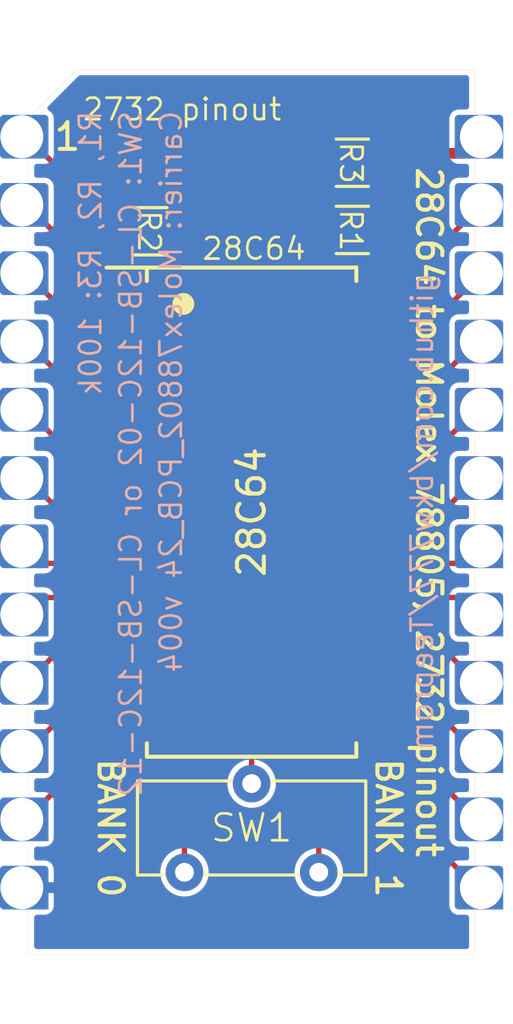
<source format=kicad_pcb>
(kicad_pcb (version 20171130) (host pcbnew 5.1.10-88a1d61d58~88~ubuntu20.10.1)

  (general
    (thickness 1.6)
    (drawings 15)
    (tracks 110)
    (zones 0)
    (modules 6)
    (nets 29)
  )

  (page A4)
  (title_block
    (title "28C64 to Molex 78805 socket with 2732 pinout")
    (date 2021-05-30)
    (rev 001)
    (company b.kenyon.w@gmail.com)
  )

  (layers
    (0 Top signal)
    (31 Bottom signal)
    (32 B.Adhes user hide)
    (33 F.Adhes user hide)
    (34 B.Paste user hide)
    (35 F.Paste user hide)
    (36 B.SilkS user)
    (37 F.SilkS user)
    (38 B.Mask user)
    (39 F.Mask user)
    (40 Dwgs.User user hide)
    (41 Cmts.User user hide)
    (42 Eco1.User user hide)
    (43 Eco2.User user hide)
    (44 Edge.Cuts user)
    (45 Margin user hide)
    (46 B.CrtYd user hide)
    (47 F.CrtYd user hide)
    (48 B.Fab user hide)
    (49 F.Fab user hide)
  )

  (setup
    (last_trace_width 0.2)
    (user_trace_width 0.4)
    (trace_clearance 0.2)
    (zone_clearance 0.1524)
    (zone_45_only no)
    (trace_min 0.2)
    (via_size 0.5)
    (via_drill 0.3)
    (via_min_size 0.5)
    (via_min_drill 0.3)
    (uvia_size 0.5)
    (uvia_drill 0.3)
    (uvias_allowed no)
    (uvia_min_size 0.5)
    (uvia_min_drill 0.3)
    (edge_width 0.01)
    (segment_width 0.2032)
    (pcb_text_width 0.254)
    (pcb_text_size 1.2192 1.2192)
    (mod_edge_width 0.0254)
    (mod_text_size 0.4572 0.4572)
    (mod_text_width 0.0254)
    (pad_size 1 0.8)
    (pad_drill 0)
    (pad_to_mask_clearance 0)
    (solder_mask_min_width 0.22)
    (aux_axis_origin 0 0)
    (grid_origin 147.2184 99.187)
    (visible_elements FFFFFF7F)
    (pcbplotparams
      (layerselection 0x010f0_ffffffff)
      (usegerberextensions true)
      (usegerberattributes false)
      (usegerberadvancedattributes false)
      (creategerberjobfile false)
      (excludeedgelayer true)
      (linewidth 0.100000)
      (plotframeref false)
      (viasonmask false)
      (mode 1)
      (useauxorigin false)
      (hpglpennumber 1)
      (hpglpenspeed 20)
      (hpglpendiameter 15.000000)
      (psnegative false)
      (psa4output false)
      (plotreference true)
      (plotvalue true)
      (plotinvisibletext false)
      (padsonsilk false)
      (subtractmaskfromsilk false)
      (outputformat 1)
      (mirror false)
      (drillshape 0)
      (scaleselection 1)
      (outputdirectory "GERBER_Meeprom_004"))
  )

  (net 0 "")
  (net 1 /D3)
  (net 2 /A10)
  (net 3 /D4)
  (net 4 /A7)
  (net 5 /D5)
  (net 6 /A6)
  (net 7 /D6)
  (net 8 /A5)
  (net 9 /D7)
  (net 10 /A4)
  (net 11 /A11)
  (net 12 /A3)
  (net 13 /~OE)
  (net 14 /A2)
  (net 15 /A1)
  (net 16 /A0)
  (net 17 /A12)
  (net 18 /D0)
  (net 19 /A9)
  (net 20 /D1)
  (net 21 /A8)
  (net 22 /D2)
  (net 23 /~CE)
  (net 24 /~WE)
  (net 25 VCC)
  (net 26 GND)
  (net 27 "Net-(R2-Pad1)")
  (net 28 "Net-(R3-Pad1)")

  (net_class Default "This is the default net class."
    (clearance 0.2)
    (trace_width 0.2)
    (via_dia 0.5)
    (via_drill 0.3)
    (uvia_dia 0.5)
    (uvia_drill 0.3)
    (diff_pair_width 0.2)
    (diff_pair_gap 0.3)
    (add_net /A0)
    (add_net /A1)
    (add_net /A10)
    (add_net /A11)
    (add_net /A12)
    (add_net /A2)
    (add_net /A3)
    (add_net /A4)
    (add_net /A5)
    (add_net /A6)
    (add_net /A7)
    (add_net /A8)
    (add_net /A9)
    (add_net /D0)
    (add_net /D1)
    (add_net /D2)
    (add_net /D3)
    (add_net /D4)
    (add_net /D5)
    (add_net /D6)
    (add_net /D7)
    (add_net /~CE)
    (add_net /~OE)
    (add_net /~WE)
    (add_net GND)
    (add_net "Net-(R2-Pad1)")
    (add_net "Net-(R3-Pad1)")
    (add_net "Net-(U1-Pad1)")
    (add_net "Net-(U1-Pad26)")
    (add_net VCC)
  )

  (module 000_LOCAL:CL-SB-12C-0x (layer Top) (tedit 60B3899A) (tstamp 60B475AD)
    (at 147.2184 110.937 180)
    (path /60BD570D)
    (fp_text reference SW1 (at 0 0) (layer F.SilkS)
      (effects (font (size 1 1) (thickness 0.1)))
    )
    (fp_text value SW_SPDT (at 0 0) (layer F.Fab)
      (effects (font (size 1 1) (thickness 0.1)))
    )
    (fp_line (start 4.25 -1.75) (end 4.25 1.75) (layer F.SilkS) (width 0.12))
    (fp_line (start -4.25 1.75) (end -4.25 -1.75) (layer F.SilkS) (width 0.12))
    (fp_line (start -4.25 -1.75) (end -3.25 -1.75) (layer F.SilkS) (width 0.12))
    (fp_line (start 3.25 -1.75) (end 4.25 -1.75) (layer F.SilkS) (width 0.12))
    (fp_line (start -1.75 -1.75) (end 1.75 -1.75) (layer F.SilkS) (width 0.12))
    (fp_line (start -4.25 1.75) (end -0.75 1.75) (layer F.SilkS) (width 0.12))
    (fp_line (start 0.75 1.75) (end 4.25 1.75) (layer F.SilkS) (width 0.12))
    (pad 1 thru_hole circle (at 2.5 -1.65 180) (size 1.4 1.4) (drill 0.7) (layers *.Cu *.Mask)
      (net 27 "Net-(R2-Pad1)"))
    (pad 2 thru_hole circle (at 0 1.65 180) (size 1.4 1.4) (drill 0.7) (layers *.Cu *.Mask)
      (net 17 /A12))
    (pad 3 thru_hole circle (at -2.5 -1.65 180) (size 1.4 1.4) (drill 0.7) (layers *.Cu *.Mask)
      (net 28 "Net-(R3-Pad1)"))
    (model ${KIPRJMOD}/000_LOCAL.pretty/3d/CL-SB-12C-01.stp
      (offset (xyz 0 0 3.5))
      (scale (xyz 1 1 1))
      (rotate (xyz -90 0 180))
    )
  )

  (module 000_LOCAL:R_0805 (layer Top) (tedit 60997F9A) (tstamp 60B40466)
    (at 150.9684 86.187)
    (descr "Resistor SMD 0805, reflow soldering, Vishay (see dcrcw.pdf)")
    (tags "resistor 0805")
    (path /60BA478F)
    (attr smd)
    (fp_text reference R3 (at -0.05 0 -90 unlocked) (layer F.SilkS)
      (effects (font (size 0.8 0.8) (thickness 0.1)))
    )
    (fp_text value 100k (at 0 1.75) (layer F.Fab)
      (effects (font (size 1 1) (thickness 0.15)))
    )
    (fp_line (start -1 0.62) (end -1 -0.62) (layer F.Fab) (width 0.1))
    (fp_line (start 1 0.62) (end -1 0.62) (layer F.Fab) (width 0.1))
    (fp_line (start 1 -0.62) (end 1 0.62) (layer F.Fab) (width 0.1))
    (fp_line (start -1 -0.62) (end 1 -0.62) (layer F.Fab) (width 0.1))
    (fp_line (start 0.6 0.88) (end -0.6 0.88) (layer F.SilkS) (width 0.12))
    (fp_line (start -0.6 -0.88) (end 0.6 -0.88) (layer F.SilkS) (width 0.12))
    (fp_line (start -1.55 -0.9) (end 1.55 -0.9) (layer F.CrtYd) (width 0.05))
    (fp_line (start -1.55 -0.9) (end -1.55 0.9) (layer F.CrtYd) (width 0.05))
    (fp_line (start 1.55 0.9) (end 1.55 -0.9) (layer F.CrtYd) (width 0.05))
    (fp_line (start 1.55 0.9) (end -1.55 0.9) (layer F.CrtYd) (width 0.05))
    (fp_text user %R (at 0 0) (layer F.Fab)
      (effects (font (size 0.5 0.5) (thickness 0.075)))
    )
    (pad 1 smd roundrect (at -0.95 0) (size 0.7 1.3) (layers Top F.Paste F.Mask) (roundrect_rratio 0.1)
      (net 28 "Net-(R3-Pad1)"))
    (pad 2 smd roundrect (at 0.95 0) (size 0.7 1.3) (layers Top F.Paste F.Mask) (roundrect_rratio 0.1)
      (net 25 VCC))
    (model ${KIPRJMOD}/000_LOCAL.pretty/3d/R_0805.step
      (at (xyz 0 0 0))
      (scale (xyz 1 1 1))
      (rotate (xyz 0 0 0))
    )
  )

  (module 000_LOCAL:Molex78802_PCB_24 (layer Top) (tedit 60A90175) (tstamp 60B3D90F)
    (at 147.2184 99.187)
    (descr "Castellated edge contacts to fit Molex 78805 Socket")
    (path /5E6792DF)
    (solder_mask_margin 0.0508)
    (attr virtual)
    (fp_text reference J1 (at -1.905 0 -90) (layer Dwgs.User) hide
      (effects (font (size 1.2065 1.2065) (thickness 0.127)) (justify bottom))
    )
    (fp_text value "Molex 78805 socket 27C32 pinout" (at 1.27 0 -90) (layer F.Fab) hide
      (effects (font (size 1.2065 1.2065) (thickness 0.1016)) (justify bottom))
    )
    (fp_line (start -8.3 16.46) (end -8.3 -14.66) (layer Eco2.User) (width 0.01))
    (fp_line (start -5 16.46) (end 5 16.46) (layer Dwgs.User) (width 0.01))
    (fp_line (start -5 15.46) (end 5 15.46) (layer Dwgs.User) (width 0.01))
    (fp_line (start -5 15.46) (end -5 16.46) (layer Dwgs.User) (width 0.01))
    (fp_line (start 5 16.46) (end 5 15.46) (layer Dwgs.User) (width 0.01))
    (fp_line (start 5 -16.46) (end -5 -16.46) (layer Dwgs.User) (width 0.01))
    (fp_line (start 5 -15.46) (end 5 -16.46) (layer Dwgs.User) (width 0.01))
    (fp_line (start -5 -15.46) (end 5 -15.46) (layer Dwgs.User) (width 0.01))
    (fp_line (start -5 -16.46) (end -5 -15.46) (layer Dwgs.User) (width 0.01))
    (fp_line (start 8.33 12.7) (end 9.727 12.7) (layer Dwgs.User) (width 0.05))
    (fp_line (start 8.61 12.42) (end 8.33 12.7) (layer Dwgs.User) (width 0.05))
    (fp_line (start 8.33 12.7) (end 8.61 12.98) (layer Dwgs.User) (width 0.05))
    (fp_line (start 7.457 12.42) (end 7.737 12.7) (layer Dwgs.User) (width 0.05))
    (fp_line (start 7.737 12.7) (end 7.457 12.98) (layer Dwgs.User) (width 0.05))
    (fp_line (start 6.34 12.7) (end 7.737 12.7) (layer Dwgs.User) (width 0.05))
    (fp_line (start 6.34 9.525) (end 6.34 12.7) (layer Dwgs.User) (width 0.05))
    (fp_line (start 7.75716 15.24) (end 7.75716 10.16) (layer Dwgs.User) (width 0.01))
    (fp_line (start 8.3 -16.46) (end -6.5 -16.46) (layer Eco2.User) (width 0.01))
    (fp_line (start 8.3 16.46) (end 8.3 -16.46) (layer Eco2.User) (width 0.01))
    (fp_line (start -8.3 16.46) (end 8.3 16.46) (layer Eco2.User) (width 0.01))
    (fp_line (start -0.762 -16.51) (end -0.762 -19.05) (layer Eco1.User) (width 0.01))
    (fp_line (start -0.762 -19.05) (end 0.762 -19.05) (layer Eco1.User) (width 0.01))
    (fp_line (start 0.762 -19.05) (end 0.762 -16.51) (layer Eco1.User) (width 0.01))
    (fp_line (start -4.5593 16.51) (end -4.5593 19.05) (layer Eco1.User) (width 0.01))
    (fp_line (start -4.5593 19.05) (end -3.0353 19.05) (layer Eco1.User) (width 0.01))
    (fp_line (start -3.0353 19.05) (end -3.0353 16.51) (layer Eco1.User) (width 0.01))
    (fp_line (start 4.5593 16.51) (end 4.5593 19.05) (layer Eco1.User) (width 0.01))
    (fp_line (start 4.5593 19.05) (end 3.0353 19.05) (layer Eco1.User) (width 0.01))
    (fp_line (start 3.0353 19.05) (end 3.0353 16.51) (layer Eco1.User) (width 0.01))
    (fp_line (start 3.0353 16.51) (end -3.0353 16.51) (layer Eco1.User) (width 0.01))
    (fp_line (start -8.26 16.51) (end -8.26 -16.51) (layer Eco1.User) (width 0.01))
    (fp_line (start 8.26 16.51) (end 8.26 -16.51) (layer Eco1.User) (width 0.01))
    (fp_line (start -8.26 -16.51) (end -0.762 -16.51) (layer Eco1.User) (width 0.01))
    (fp_line (start 0.762 -16.51) (end 8.26 -16.51) (layer Eco1.User) (width 0.01))
    (fp_line (start -8.26 16.51) (end -4.5593 16.51) (layer Eco1.User) (width 0.01))
    (fp_line (start 4.5593 16.51) (end 8.26 16.51) (layer Eco1.User) (width 0.01))
    (fp_poly (pts (xy -7.717 -13.3096) (xy -9.2156 -13.3096) (xy -9.2156 -14.6304) (xy -7.717 -14.6304)) (layer Top) (width 0.3048))
    (fp_poly (pts (xy -7.717 -10.7696) (xy -9.2156 -10.7696) (xy -9.2156 -12.0904) (xy -7.717 -12.0904)) (layer Top) (width 0.3048))
    (fp_poly (pts (xy -7.717 -8.2296) (xy -9.2156 -8.2296) (xy -9.2156 -9.5504) (xy -7.717 -9.5504)) (layer Top) (width 0.3048))
    (fp_poly (pts (xy -7.717 -5.6896) (xy -9.2156 -5.6896) (xy -9.2156 -7.0104) (xy -7.717 -7.0104)) (layer Top) (width 0.3048))
    (fp_poly (pts (xy -7.717 -3.1496) (xy -9.2156 -3.1496) (xy -9.2156 -4.4704) (xy -7.717 -4.4704)) (layer Top) (width 0.3048))
    (fp_poly (pts (xy -7.717 -0.6096) (xy -9.2156 -0.6096) (xy -9.2156 -1.9304) (xy -7.717 -1.9304)) (layer Top) (width 0.3048))
    (fp_poly (pts (xy -7.717 1.9304) (xy -9.2156 1.9304) (xy -9.2156 0.6096) (xy -7.717 0.6096)) (layer Top) (width 0.3048))
    (fp_poly (pts (xy -7.717 4.4704) (xy -9.2156 4.4704) (xy -9.2156 3.1496) (xy -7.717 3.1496)) (layer Top) (width 0.3048))
    (fp_poly (pts (xy -7.717 7.0104) (xy -9.2156 7.0104) (xy -9.2156 5.6896) (xy -7.717 5.6896)) (layer Top) (width 0.3048))
    (fp_poly (pts (xy -7.717 9.5504) (xy -9.2156 9.5504) (xy -9.2156 8.2296) (xy -7.717 8.2296)) (layer Top) (width 0.3048))
    (fp_poly (pts (xy -7.717 12.0904) (xy -9.2156 12.0904) (xy -9.2156 10.7696) (xy -7.717 10.7696)) (layer Top) (width 0.3048))
    (fp_poly (pts (xy -7.717 14.6304) (xy -9.2156 14.6304) (xy -9.2156 13.3096) (xy -7.717 13.3096)) (layer Top) (width 0.3048))
    (fp_poly (pts (xy -7.717 10.7696) (xy -9.2156 10.7696) (xy -9.2156 12.0904) (xy -7.717 12.0904)) (layer Bottom) (width 0.3048))
    (fp_poly (pts (xy -7.717 -14.6304) (xy -9.2156 -14.6304) (xy -9.2156 -13.3096) (xy -7.717 -13.3096)) (layer Bottom) (width 0.3048))
    (fp_poly (pts (xy -7.717 8.2296) (xy -9.2156 8.2296) (xy -9.2156 9.5504) (xy -7.717 9.5504)) (layer Bottom) (width 0.3048))
    (fp_poly (pts (xy -7.717 5.6896) (xy -9.2156 5.6896) (xy -9.2156 7.0104) (xy -7.717 7.0104)) (layer Bottom) (width 0.3048))
    (fp_poly (pts (xy -7.717 -7.0104) (xy -9.2156 -7.0104) (xy -9.2156 -5.6896) (xy -7.717 -5.6896)) (layer Bottom) (width 0.3048))
    (fp_poly (pts (xy -7.717 -9.5504) (xy -9.2156 -9.5504) (xy -9.2156 -8.2296) (xy -7.717 -8.2296)) (layer Bottom) (width 0.3048))
    (fp_poly (pts (xy -7.717 13.3096) (xy -9.2156 13.3096) (xy -9.2156 14.6304) (xy -7.717 14.6304)) (layer Bottom) (width 0.3048))
    (fp_poly (pts (xy -7.717 -1.9304) (xy -9.2156 -1.9304) (xy -9.2156 -0.6096) (xy -7.717 -0.6096)) (layer Bottom) (width 0.3048))
    (fp_poly (pts (xy -7.717 -4.4704) (xy -9.2156 -4.4704) (xy -9.2156 -3.1496) (xy -7.717 -3.1496)) (layer Bottom) (width 0.3048))
    (fp_poly (pts (xy -7.717 -12.0904) (xy -9.2156 -12.0904) (xy -9.2156 -10.7696) (xy -7.717 -10.7696)) (layer Bottom) (width 0.3048))
    (fp_poly (pts (xy -7.717 3.1496) (xy -9.2156 3.1496) (xy -9.2156 4.4704) (xy -7.717 4.4704)) (layer Bottom) (width 0.3048))
    (fp_poly (pts (xy -7.717 0.6096) (xy -9.2156 0.6096) (xy -9.2156 1.9304) (xy -7.717 1.9304)) (layer Bottom) (width 0.3048))
    (fp_poly (pts (xy 9.2156 -8.2296) (xy 7.717 -8.2296) (xy 7.717 -9.5504) (xy 9.2156 -9.5504)) (layer Top) (width 0.3048))
    (fp_poly (pts (xy 9.2156 -13.3096) (xy 7.717 -13.3096) (xy 7.717 -14.6304) (xy 9.2156 -14.6304)) (layer Top) (width 0.3048))
    (fp_poly (pts (xy 9.2156 -7.0104) (xy 7.717 -7.0104) (xy 7.717 -5.6896) (xy 9.2156 -5.6896)) (layer Bottom) (width 0.3048))
    (fp_poly (pts (xy 9.2156 5.6896) (xy 7.717 5.6896) (xy 7.717 7.0104) (xy 9.2156 7.0104)) (layer Bottom) (width 0.3048))
    (fp_poly (pts (xy 9.2156 -5.6896) (xy 7.717 -5.6896) (xy 7.717 -7.0104) (xy 9.2156 -7.0104)) (layer Top) (width 0.3048))
    (fp_poly (pts (xy 9.2156 -1.9304) (xy 7.717 -1.9304) (xy 7.717 -0.6096) (xy 9.2156 -0.6096)) (layer Bottom) (width 0.3048))
    (fp_poly (pts (xy 9.2156 -3.1496) (xy 7.717 -3.1496) (xy 7.717 -4.4704) (xy 9.2156 -4.4704)) (layer Top) (width 0.3048))
    (fp_poly (pts (xy 9.2156 9.5504) (xy 7.717 9.5504) (xy 7.717 8.2296) (xy 9.2156 8.2296)) (layer Top) (width 0.3048))
    (fp_poly (pts (xy 9.2156 12.0904) (xy 7.717 12.0904) (xy 7.717 10.7696) (xy 9.2156 10.7696)) (layer Top) (width 0.3048))
    (fp_poly (pts (xy 9.2156 -14.6304) (xy 7.717 -14.6304) (xy 7.717 -13.3096) (xy 9.2156 -13.3096)) (layer Bottom) (width 0.3048))
    (fp_poly (pts (xy 9.2156 -12.0904) (xy 7.717 -12.0904) (xy 7.717 -10.7696) (xy 9.2156 -10.7696)) (layer Bottom) (width 0.3048))
    (fp_poly (pts (xy 9.2156 3.1496) (xy 7.717 3.1496) (xy 7.717 4.4704) (xy 9.2156 4.4704)) (layer Bottom) (width 0.3048))
    (fp_poly (pts (xy 9.2156 0.6096) (xy 7.717 0.6096) (xy 7.717 1.9304) (xy 9.2156 1.9304)) (layer Bottom) (width 0.3048))
    (fp_poly (pts (xy 9.2156 -9.5504) (xy 7.717 -9.5504) (xy 7.717 -8.2296) (xy 9.2156 -8.2296)) (layer Bottom) (width 0.3048))
    (fp_poly (pts (xy 9.2156 -10.7696) (xy 7.717 -10.7696) (xy 7.717 -12.0904) (xy 9.2156 -12.0904)) (layer Top) (width 0.3048))
    (fp_poly (pts (xy 9.2156 13.3096) (xy 7.717 13.3096) (xy 7.717 14.6304) (xy 9.2156 14.6304)) (layer Bottom) (width 0.3048))
    (fp_poly (pts (xy 9.2156 8.2296) (xy 7.717 8.2296) (xy 7.717 9.5504) (xy 9.2156 9.5504)) (layer Bottom) (width 0.3048))
    (fp_poly (pts (xy 9.2156 -4.4704) (xy 7.717 -4.4704) (xy 7.717 -3.1496) (xy 9.2156 -3.1496)) (layer Bottom) (width 0.3048))
    (fp_poly (pts (xy 9.2156 4.4704) (xy 7.717 4.4704) (xy 7.717 3.1496) (xy 9.2156 3.1496)) (layer Top) (width 0.3048))
    (fp_poly (pts (xy 9.2156 10.7696) (xy 7.717 10.7696) (xy 7.717 12.0904) (xy 9.2156 12.0904)) (layer Bottom) (width 0.3048))
    (fp_poly (pts (xy 9.2156 7.0104) (xy 7.717 7.0104) (xy 7.717 5.6896) (xy 9.2156 5.6896)) (layer Top) (width 0.3048))
    (fp_poly (pts (xy 9.2156 14.6304) (xy 7.717 14.6304) (xy 7.717 13.3096) (xy 9.2156 13.3096)) (layer Top) (width 0.3048))
    (fp_poly (pts (xy 9.2156 -0.6096) (xy 7.717 -0.6096) (xy 7.717 -1.9304) (xy 9.2156 -1.9304)) (layer Top) (width 0.3048))
    (fp_poly (pts (xy 9.2156 1.9304) (xy 7.717 1.9304) (xy 7.717 0.6096) (xy 9.2156 0.6096)) (layer Top) (width 0.3048))
    (fp_line (start -7.6 15.76) (end 7.6 15.76) (layer Dwgs.User) (width 0.01))
    (fp_line (start -7.6 -15.76) (end 7.6 -15.76) (layer Dwgs.User) (width 0.01))
    (fp_line (start -7.6 -15.76) (end -7.6 15.76) (layer Dwgs.User) (width 0.01))
    (fp_line (start 7.6 -15.76) (end 7.6 15.76) (layer Dwgs.User) (width 0.01))
    (fp_line (start -6 -15.76) (end -6 -14.46) (layer Dwgs.User) (width 0.01))
    (fp_line (start -6 -14.46) (end -5.5 -14.46) (layer Dwgs.User) (width 0.01))
    (fp_line (start -6 -15.76) (end -6.3 -15.46) (layer Dwgs.User) (width 0.01))
    (fp_line (start -6 -15.76) (end -5.7 -15.46) (layer Dwgs.User) (width 0.01))
    (fp_line (start -6 -16.46) (end -6 -17.46) (layer Dwgs.User) (width 0.01))
    (fp_line (start -6 -16.46) (end -6.3 -16.76) (layer Dwgs.User) (width 0.01))
    (fp_line (start -6 -16.46) (end -5.7 -16.76) (layer Dwgs.User) (width 0.01))
    (fp_line (start -4 -16.46) (end -4 -17.46) (layer Dwgs.User) (width 0.01))
    (fp_line (start -4 -16.46) (end -4.3 -16.76) (layer Dwgs.User) (width 0.01))
    (fp_line (start -4 -16.46) (end -3.7 -16.76) (layer Dwgs.User) (width 0.01))
    (fp_line (start -4 -15.46) (end -4.3 -15.16) (layer Dwgs.User) (width 0.01))
    (fp_line (start -4 -15.46) (end -3.7 -15.16) (layer Dwgs.User) (width 0.01))
    (fp_line (start -4 -15.46) (end -4 -14.96) (layer Dwgs.User) (width 0.01))
    (fp_line (start -4 -14.96) (end -3.5 -14.96) (layer Dwgs.User) (width 0.01))
    (fp_line (start -6.5 -16.46) (end -8.3 -14.66) (layer Eco2.User) (width 0.01))
    (fp_text user "0.7 border on bottom - 31.52 x 15 x 1.5 usable bottom" (at -5.5 -14.46) (layer Dwgs.User)
      (effects (font (size 0.25 0.25) (thickness 0.02)) (justify left))
    )
    (fp_text user "10.0 x 1.0 retainer wedges on top" (at -3.5 -14.96) (layer Dwgs.User)
      (effects (font (size 0.25 0.25) (thickness 0.02)) (justify left))
    )
    (fp_text user "Castellation depth 0.5mm min" (at 6.35 0 -90) (layer Dwgs.User)
      (effects (font (size 0.7112 0.7112) (thickness 0.0508)))
    )
    (fp_text user "Board outline: 0.01mm grid, copy Eco2.User" (at -6 0 -90) (layer Eco2.User)
      (effects (font (size 0.7112 0.7112) (thickness 0.0508)))
    )
    (fp_text user "Eco1.User is Edge.Cuts for use without carrier." (at -4.445 0 -90) (layer Eco1.User)
      (effects (font (size 0.8 0.8) (thickness 0.05)))
    )
    (pad 24 thru_hole circle (at 8.5552 -13.97 180) (size 1.6002 1.6002) (drill 1.59766) (layers *.Cu *.Mask)
      (net 25 VCC))
    (pad 12 thru_hole circle (at -8.5552 13.97) (size 1.6002 1.6002) (drill 1.59766) (layers *.Cu *.Mask)
      (net 26 GND) (zone_connect 0))
    (pad 23 thru_hole circle (at 8.5552 -11.43 180) (size 1.6002 1.6002) (drill 1.59766) (layers *.Cu *.Mask)
      (net 21 /A8))
    (pad 11 thru_hole circle (at -8.5552 11.43) (size 1.6002 1.6002) (drill 1.59766) (layers *.Cu *.Mask)
      (net 22 /D2) (zone_connect 0))
    (pad 22 thru_hole circle (at 8.5552 -8.89 180) (size 1.6002 1.6002) (drill 1.59766) (layers *.Cu *.Mask)
      (net 19 /A9))
    (pad 10 thru_hole circle (at -8.5552 8.89) (size 1.6002 1.6002) (drill 1.59766) (layers *.Cu *.Mask)
      (net 20 /D1) (zone_connect 0))
    (pad 21 thru_hole circle (at 8.5552 -6.35 180) (size 1.6002 1.6002) (drill 1.59766) (layers *.Cu *.Mask)
      (net 11 /A11))
    (pad 9 thru_hole circle (at -8.5552 6.35) (size 1.6002 1.6002) (drill 1.59766) (layers *.Cu *.Mask)
      (net 18 /D0) (zone_connect 0))
    (pad 20 thru_hole circle (at 8.5552 -3.81 180) (size 1.6002 1.6002) (drill 1.59766) (layers *.Cu *.Mask)
      (net 13 /~OE))
    (pad 8 thru_hole circle (at -8.5552 3.81) (size 1.6002 1.6002) (drill 1.59766) (layers *.Cu *.Mask)
      (net 16 /A0) (zone_connect 0))
    (pad 19 thru_hole circle (at 8.5552 -1.27 180) (size 1.6002 1.6002) (drill 1.59766) (layers *.Cu *.Mask)
      (net 2 /A10))
    (pad 7 thru_hole circle (at -8.5552 1.27) (size 1.6002 1.6002) (drill 1.59766) (layers *.Cu *.Mask)
      (net 15 /A1) (zone_connect 0))
    (pad 18 thru_hole circle (at 8.5552 1.27 180) (size 1.6002 1.6002) (drill 1.59766) (layers *.Cu *.Mask)
      (net 23 /~CE))
    (pad 6 thru_hole circle (at -8.5552 -1.27) (size 1.6002 1.6002) (drill 1.59766) (layers *.Cu *.Mask)
      (net 14 /A2) (zone_connect 0))
    (pad 17 thru_hole circle (at 8.5552 3.81 180) (size 1.6002 1.6002) (drill 1.59766) (layers *.Cu *.Mask)
      (net 9 /D7))
    (pad 5 thru_hole circle (at -8.5552 -3.81) (size 1.6002 1.6002) (drill 1.59766) (layers *.Cu *.Mask)
      (net 12 /A3) (zone_connect 0))
    (pad 16 thru_hole circle (at 8.5552 6.35 180) (size 1.6002 1.6002) (drill 1.59766) (layers *.Cu *.Mask)
      (net 7 /D6))
    (pad 4 thru_hole circle (at -8.5552 -6.35) (size 1.6002 1.6002) (drill 1.59766) (layers *.Cu *.Mask)
      (net 10 /A4) (zone_connect 0))
    (pad 15 thru_hole circle (at 8.5552 8.89 180) (size 1.6002 1.6002) (drill 1.59766) (layers *.Cu *.Mask)
      (net 5 /D5))
    (pad 3 thru_hole circle (at -8.5552 -8.89) (size 1.6002 1.6002) (drill 1.59766) (layers *.Cu *.Mask)
      (net 8 /A5) (zone_connect 0))
    (pad 14 thru_hole circle (at 8.5552 11.43 180) (size 1.6002 1.6002) (drill 1.59766) (layers *.Cu *.Mask)
      (net 3 /D4))
    (pad 2 thru_hole circle (at -8.5552 -11.43) (size 1.6002 1.6002) (drill 1.59766) (layers *.Cu *.Mask)
      (net 6 /A6) (zone_connect 0))
    (pad 13 thru_hole circle (at 8.5552 13.97 180) (size 1.6002 1.6002) (drill 1.59766) (layers *.Cu *.Mask)
      (net 1 /D3))
    (pad 1 thru_hole circle (at -8.5552 -13.97) (size 1.6002 1.6002) (drill 1.59766) (layers *.Cu *.Mask)
      (net 4 /A7) (zone_connect 0))
    (model ${KIPRJMOD}/000_LOCAL.pretty/3d/Molex78802_PCB_24.step
      (offset (xyz 0 0 -0.16))
      (scale (xyz 1 1 1))
      (rotate (xyz 0 0 90))
    )
  )

  (module 000_LOCAL:R_0805 (layer Top) (tedit 60997F9A) (tstamp 60B38F29)
    (at 143.4684 88.737 180)
    (descr "Resistor SMD 0805, reflow soldering, Vishay (see dcrcw.pdf)")
    (tags "resistor 0805")
    (path /60B69487)
    (attr smd)
    (fp_text reference R2 (at 0.0635 0 270 unlocked) (layer F.SilkS)
      (effects (font (size 0.8 0.8) (thickness 0.1)))
    )
    (fp_text value 100k (at 0 1.75) (layer F.Fab)
      (effects (font (size 1 1) (thickness 0.15)))
    )
    (fp_line (start -1 0.62) (end -1 -0.62) (layer F.Fab) (width 0.1))
    (fp_line (start 1 0.62) (end -1 0.62) (layer F.Fab) (width 0.1))
    (fp_line (start 1 -0.62) (end 1 0.62) (layer F.Fab) (width 0.1))
    (fp_line (start -1 -0.62) (end 1 -0.62) (layer F.Fab) (width 0.1))
    (fp_line (start 0.6 0.88) (end -0.6 0.88) (layer F.SilkS) (width 0.12))
    (fp_line (start -0.6 -0.88) (end 0.6 -0.88) (layer F.SilkS) (width 0.12))
    (fp_line (start -1.55 -0.9) (end 1.55 -0.9) (layer F.CrtYd) (width 0.05))
    (fp_line (start -1.55 -0.9) (end -1.55 0.9) (layer F.CrtYd) (width 0.05))
    (fp_line (start 1.55 0.9) (end 1.55 -0.9) (layer F.CrtYd) (width 0.05))
    (fp_line (start 1.55 0.9) (end -1.55 0.9) (layer F.CrtYd) (width 0.05))
    (fp_text user %R (at 0 0) (layer F.Fab)
      (effects (font (size 0.5 0.5) (thickness 0.075)))
    )
    (pad 1 smd roundrect (at -0.95 0 180) (size 0.7 1.3) (layers Top F.Paste F.Mask) (roundrect_rratio 0.1)
      (net 27 "Net-(R2-Pad1)"))
    (pad 2 smd roundrect (at 0.95 0 180) (size 0.7 1.3) (layers Top F.Paste F.Mask) (roundrect_rratio 0.1)
      (net 26 GND))
    (model ${KIPRJMOD}/000_LOCAL.pretty/3d/R_0805.step
      (at (xyz 0 0 0))
      (scale (xyz 1 1 1))
      (rotate (xyz 0 0 0))
    )
  )

  (module 000_LOCAL:SOIC-28W (layer Top) (tedit 60AC7F09) (tstamp 5D21E664)
    (at 147.2184 99.187)
    (descr "28-Lead Plastic Small Outline (SO) - Wide, 7.50 mm Body [SOIC] (see Microchip Packaging Specification 00000049BS.pdf)")
    (tags "SOIC 1.27")
    (path /5D231C6F)
    (attr smd)
    (fp_text reference U1 (at 0 0 -90) (layer F.SilkS) hide
      (effects (font (size 1 1) (thickness 0.15)))
    )
    (fp_text value 28C64 (at 0 0 -90) (layer F.SilkS)
      (effects (font (size 1 1) (thickness 0.15)))
    )
    (fp_line (start -3.9 9.1) (end 3.9 9.1) (layer F.SilkS) (width 0.15))
    (fp_line (start -5.4 -9.1) (end 3.9 -9.1) (layer F.SilkS) (width 0.15))
    (fp_line (start -3.9 9.1) (end -3.9 8.6) (layer F.SilkS) (width 0.15))
    (fp_line (start 3.9 9.1) (end 3.9 8.6) (layer F.SilkS) (width 0.15))
    (fp_line (start 3.9 -9.1) (end 3.9 -8.6) (layer F.SilkS) (width 0.15))
    (fp_line (start -3.9 -9.1) (end -3.9 -8.6) (layer F.SilkS) (width 0.15))
    (fp_line (start -5.95 9.3) (end 5.95 9.3) (layer F.CrtYd) (width 0.05))
    (fp_line (start -5.95 -9.3) (end 5.95 -9.3) (layer F.CrtYd) (width 0.05))
    (fp_line (start 5.95 -9.3) (end 5.95 9.3) (layer F.CrtYd) (width 0.05))
    (fp_line (start -5.95 -9.3) (end -5.95 9.3) (layer F.CrtYd) (width 0.05))
    (fp_line (start -3.75 -7.95) (end -2.75 -8.95) (layer F.Fab) (width 0.15))
    (fp_line (start -3.75 8.95) (end -3.75 -7.95) (layer F.Fab) (width 0.15))
    (fp_line (start 3.75 8.95) (end -3.75 8.95) (layer F.Fab) (width 0.15))
    (fp_line (start 3.75 -8.95) (end 3.75 8.95) (layer F.Fab) (width 0.15))
    (fp_line (start -2.75 -8.95) (end 3.75 -8.95) (layer F.Fab) (width 0.15))
    (fp_circle (center -2.54 -7.747) (end -2.3368 -7.747) (layer F.SilkS) (width 0.4064))
    (fp_text user %R (at 0 0 -90) (layer F.Fab)
      (effects (font (size 1 1) (thickness 0.15)))
    )
    (pad 1 smd roundrect (at -4.7 -8.255) (size 1.5 0.6) (layers Top F.Paste F.Mask) (roundrect_rratio 0.25))
    (pad 2 smd roundrect (at -4.7 -6.985) (size 1.5 0.6) (layers Top F.Paste F.Mask) (roundrect_rratio 0.25)
      (net 17 /A12))
    (pad 3 smd roundrect (at -4.7 -5.715) (size 1.5 0.6) (layers Top F.Paste F.Mask) (roundrect_rratio 0.25)
      (net 4 /A7))
    (pad 4 smd roundrect (at -4.7 -4.445) (size 1.5 0.6) (layers Top F.Paste F.Mask) (roundrect_rratio 0.25)
      (net 6 /A6))
    (pad 5 smd roundrect (at -4.7 -3.175) (size 1.5 0.6) (layers Top F.Paste F.Mask) (roundrect_rratio 0.25)
      (net 8 /A5))
    (pad 6 smd roundrect (at -4.7 -1.905) (size 1.5 0.6) (layers Top F.Paste F.Mask) (roundrect_rratio 0.25)
      (net 10 /A4))
    (pad 7 smd roundrect (at -4.7 -0.635) (size 1.5 0.6) (layers Top F.Paste F.Mask) (roundrect_rratio 0.25)
      (net 12 /A3))
    (pad 8 smd roundrect (at -4.7 0.635) (size 1.5 0.6) (layers Top F.Paste F.Mask) (roundrect_rratio 0.25)
      (net 14 /A2))
    (pad 9 smd roundrect (at -4.7 1.905) (size 1.5 0.6) (layers Top F.Paste F.Mask) (roundrect_rratio 0.25)
      (net 15 /A1))
    (pad 10 smd roundrect (at -4.7 3.175) (size 1.5 0.6) (layers Top F.Paste F.Mask) (roundrect_rratio 0.25)
      (net 16 /A0))
    (pad 11 smd roundrect (at -4.7 4.445) (size 1.5 0.6) (layers Top F.Paste F.Mask) (roundrect_rratio 0.25)
      (net 18 /D0))
    (pad 12 smd roundrect (at -4.7 5.715) (size 1.5 0.6) (layers Top F.Paste F.Mask) (roundrect_rratio 0.25)
      (net 20 /D1))
    (pad 13 smd roundrect (at -4.7 6.985) (size 1.5 0.6) (layers Top F.Paste F.Mask) (roundrect_rratio 0.25)
      (net 22 /D2))
    (pad 14 smd roundrect (at -4.7 8.255) (size 1.5 0.6) (layers Top F.Paste F.Mask) (roundrect_rratio 0.25)
      (net 26 GND))
    (pad 15 smd roundrect (at 4.7 8.255) (size 1.5 0.6) (layers Top F.Paste F.Mask) (roundrect_rratio 0.25)
      (net 1 /D3))
    (pad 16 smd roundrect (at 4.7 6.985) (size 1.5 0.6) (layers Top F.Paste F.Mask) (roundrect_rratio 0.25)
      (net 3 /D4))
    (pad 17 smd roundrect (at 4.7 5.715) (size 1.5 0.6) (layers Top F.Paste F.Mask) (roundrect_rratio 0.25)
      (net 5 /D5))
    (pad 18 smd roundrect (at 4.7 4.445) (size 1.5 0.6) (layers Top F.Paste F.Mask) (roundrect_rratio 0.25)
      (net 7 /D6))
    (pad 19 smd roundrect (at 4.7 3.175) (size 1.5 0.6) (layers Top F.Paste F.Mask) (roundrect_rratio 0.25)
      (net 9 /D7))
    (pad 20 smd roundrect (at 4.7 1.905) (size 1.5 0.6) (layers Top F.Paste F.Mask) (roundrect_rratio 0.25)
      (net 23 /~CE))
    (pad 21 smd roundrect (at 4.7 0.635) (size 1.5 0.6) (layers Top F.Paste F.Mask) (roundrect_rratio 0.25)
      (net 2 /A10))
    (pad 22 smd roundrect (at 4.7 -0.635) (size 1.5 0.6) (layers Top F.Paste F.Mask) (roundrect_rratio 0.25)
      (net 13 /~OE))
    (pad 23 smd roundrect (at 4.7 -1.905) (size 1.5 0.6) (layers Top F.Paste F.Mask) (roundrect_rratio 0.25)
      (net 11 /A11))
    (pad 24 smd roundrect (at 4.7 -3.175) (size 1.5 0.6) (layers Top F.Paste F.Mask) (roundrect_rratio 0.25)
      (net 19 /A9))
    (pad 25 smd roundrect (at 4.7 -4.445) (size 1.5 0.6) (layers Top F.Paste F.Mask) (roundrect_rratio 0.25)
      (net 21 /A8))
    (pad 26 smd roundrect (at 4.7 -5.715) (size 1.5 0.6) (layers Top F.Paste F.Mask) (roundrect_rratio 0.25))
    (pad 27 smd roundrect (at 4.7 -6.985) (size 1.5 0.6) (layers Top F.Paste F.Mask) (roundrect_rratio 0.25)
      (net 24 /~WE))
    (pad 28 smd roundrect (at 4.7 -8.255) (size 1.5 0.6) (layers Top F.Paste F.Mask) (roundrect_rratio 0.25)
      (net 25 VCC))
    (model ${KIPRJMOD}/000_LOCAL.pretty/3d/SW3dPS-SOIC28-300.STEP
      (at (xyz 0 0 0))
      (scale (xyz 1 1 1))
      (rotate (xyz 0 0 90))
    )
  )

  (module 000_LOCAL:R_0805 (layer Top) (tedit 60997F9A) (tstamp 5D22C129)
    (at 150.9684 88.687)
    (descr "Resistor SMD 0805, reflow soldering, Vishay (see dcrcw.pdf)")
    (tags "resistor 0805")
    (path /5D2BF7AB)
    (attr smd)
    (fp_text reference R1 (at -0.0508 0.0127 -90 unlocked) (layer F.SilkS)
      (effects (font (size 0.8 0.8) (thickness 0.1)))
    )
    (fp_text value 100k (at 0 1.75) (layer F.Fab)
      (effects (font (size 1 1) (thickness 0.15)))
    )
    (fp_line (start -1 0.62) (end -1 -0.62) (layer F.Fab) (width 0.1))
    (fp_line (start 1 0.62) (end -1 0.62) (layer F.Fab) (width 0.1))
    (fp_line (start 1 -0.62) (end 1 0.62) (layer F.Fab) (width 0.1))
    (fp_line (start -1 -0.62) (end 1 -0.62) (layer F.Fab) (width 0.1))
    (fp_line (start 0.6 0.88) (end -0.6 0.88) (layer F.SilkS) (width 0.12))
    (fp_line (start -0.6 -0.88) (end 0.6 -0.88) (layer F.SilkS) (width 0.12))
    (fp_line (start -1.55 -0.9) (end 1.55 -0.9) (layer F.CrtYd) (width 0.05))
    (fp_line (start -1.55 -0.9) (end -1.55 0.9) (layer F.CrtYd) (width 0.05))
    (fp_line (start 1.55 0.9) (end 1.55 -0.9) (layer F.CrtYd) (width 0.05))
    (fp_line (start 1.55 0.9) (end -1.55 0.9) (layer F.CrtYd) (width 0.05))
    (fp_text user %R (at 0 0) (layer F.Fab)
      (effects (font (size 0.5 0.5) (thickness 0.075)))
    )
    (pad 1 smd roundrect (at -0.95 0) (size 0.7 1.3) (layers Top F.Paste F.Mask) (roundrect_rratio 0.1)
      (net 24 /~WE))
    (pad 2 smd roundrect (at 0.95 0) (size 0.7 1.3) (layers Top F.Paste F.Mask) (roundrect_rratio 0.1)
      (net 25 VCC))
    (model ${KIPRJMOD}/000_LOCAL.pretty/3d/R_0805.step
      (at (xyz 0 0 0))
      (scale (xyz 1 1 1))
      (rotate (xyz 0 0 0))
    )
  )

  (gr_text "SW1: CL-SB-12C-02 or CL-SB-12C-12" (at 142.7184 84.187 90) (layer B.SilkS) (tstamp 60B42B47)
    (effects (font (size 0.8 0.8) (thickness 0.1)) (justify left mirror))
  )
  (gr_text "BANK 1" (at 152.3184 110.937 -90) (layer F.SilkS) (tstamp 60B4AA4B)
    (effects (font (size 0.9144 0.9144) (thickness 0.1524)))
  )
  (gr_text "BANK 0" (at 141.9684 110.937 -90) (layer F.SilkS) (tstamp 60B49D03)
    (effects (font (size 0.9144 0.9144) (thickness 0.1524)))
  )
  (gr_line (start 140.7184 82.727) (end 138.9184 84.527) (layer Edge.Cuts) (width 0.01))
  (gr_line (start 138.9184 115.647) (end 138.9184 84.527) (layer Edge.Cuts) (width 0.01))
  (gr_line (start 155.5184 115.647) (end 155.5184 82.727) (layer Edge.Cuts) (width 0.01) (tstamp 60A9D37B))
  (gr_text "28C64 to Molex 78805, 2732 pinout" (at 153.8224 99.187 -90) (layer F.SilkS)
    (effects (font (size 0.9144 0.9144) (thickness 0.1524)))
  )
  (gr_text 1 (at 140.3604 85.217) (layer F.SilkS) (tstamp 5E64AE59)
    (effects (font (size 1 1) (thickness 0.15)))
  )
  (gr_text 28C64 (at 145.3134 89.387) (layer F.SilkS) (tstamp 5E64AC58)
    (effects (font (size 0.8 0.8) (thickness 0.1)) (justify left))
  )
  (gr_line (start 140.7184 82.727) (end 155.5184 82.727) (layer Edge.Cuts) (width 0.01))
  (gr_line (start 155.5184 115.647) (end 138.9184 115.647) (layer Edge.Cuts) (width 0.01) (tstamp 5D75CF96))
  (gr_text "Carrier: Molex78802_PCB_24 v004" (at 144.2184 84.187 90) (layer B.SilkS)
    (effects (font (size 0.8 0.8) (thickness 0.1)) (justify left mirror))
  )
  (gr_text github.com/bkw777/Teeprom (at 153.5684 99.187 90) (layer B.SilkS)
    (effects (font (size 0.8 0.8) (thickness 0.1)) (justify mirror))
  )
  (gr_text "R1, R2, R3: 100k" (at 141.2184 84.187 90) (layer B.SilkS) (tstamp 60AC794F)
    (effects (font (size 0.8 0.8) (thickness 0.1)) (justify left mirror))
  )
  (gr_text "2732 pinout" (at 140.8684 84.201) (layer F.SilkS)
    (effects (font (size 0.8 0.8) (thickness 0.1)) (justify left))
  )

  (segment (start 155.5884 113.157) (end 155.7736 113.157) (width 0.2) (layer Top) (net 1))
  (segment (start 153.0184 110.587) (end 155.5884 113.157) (width 0.2) (layer Top) (net 1))
  (segment (start 153.0184 108.107) (end 153.0184 110.587) (width 0.2) (layer Top) (net 1))
  (segment (start 152.3534 107.442) (end 153.0184 108.107) (width 0.2) (layer Top) (net 1))
  (segment (start 151.9184 107.442) (end 152.3534 107.442) (width 0.2) (layer Top) (net 1))
  (segment (start 155.5884 97.917) (end 155.7736 97.917) (width 0.2) (layer Top) (net 2))
  (segment (start 153.6834 99.822) (end 155.5884 97.917) (width 0.2) (layer Top) (net 2))
  (segment (start 151.9184 99.822) (end 153.6834 99.822) (width 0.2) (layer Top) (net 2))
  (segment (start 153.8984 108.917) (end 155.5984 110.617) (width 0.2) (layer Top) (net 3))
  (segment (start 153.8984 107.717) (end 153.8984 108.917) (width 0.2) (layer Top) (net 3))
  (segment (start 152.3534 106.172) (end 153.8984 107.717) (width 0.2) (layer Top) (net 3))
  (segment (start 155.5984 110.617) (end 155.7736 110.617) (width 0.2) (layer Top) (net 3))
  (segment (start 151.9184 106.172) (end 152.3534 106.172) (width 0.2) (layer Top) (net 3))
  (segment (start 138.8484 85.217) (end 138.6632 85.217) (width 0.2) (layer Top) (net 4))
  (segment (start 141.3184 87.687) (end 138.8484 85.217) (width 0.2) (layer Top) (net 4))
  (segment (start 141.3184 92.737) (end 141.3184 87.687) (width 0.2) (layer Top) (net 4))
  (segment (start 142.0534 93.472) (end 141.3184 92.737) (width 0.2) (layer Top) (net 4))
  (segment (start 142.5184 93.472) (end 142.0534 93.472) (width 0.2) (layer Top) (net 4))
  (segment (start 151.9184 104.902) (end 152.3834 104.902) (width 0.2) (layer Top) (net 5))
  (segment (start 155.5584 108.077) (end 155.7736 108.077) (width 0.2) (layer Top) (net 5))
  (segment (start 152.3834 104.902) (end 155.5584 108.077) (width 0.2) (layer Top) (net 5))
  (segment (start 138.8508 87.757) (end 138.6632 87.757) (width 0.2) (layer Top) (net 6))
  (segment (start 140.7684 89.6746) (end 138.8508 87.757) (width 0.2) (layer Top) (net 6))
  (segment (start 140.7684 93.087) (end 140.7684 89.6746) (width 0.2) (layer Top) (net 6))
  (segment (start 141.3184 93.637) (end 140.7684 93.087) (width 0.2) (layer Top) (net 6))
  (segment (start 141.3184 93.987) (end 141.3184 93.637) (width 0.2) (layer Top) (net 6))
  (segment (start 142.0734 94.742) (end 141.3184 93.987) (width 0.2) (layer Top) (net 6))
  (segment (start 142.5184 94.742) (end 142.0734 94.742) (width 0.2) (layer Top) (net 6))
  (segment (start 155.6184 105.537) (end 155.7736 105.537) (width 0.2) (layer Top) (net 7))
  (segment (start 153.7134 103.632) (end 155.6184 105.537) (width 0.2) (layer Top) (net 7))
  (segment (start 151.9184 103.632) (end 153.7134 103.632) (width 0.2) (layer Top) (net 7))
  (segment (start 138.8284 90.297) (end 138.6632 90.297) (width 0.2) (layer Top) (net 8))
  (segment (start 140.1684 91.637) (end 138.8284 90.297) (width 0.2) (layer Top) (net 8))
  (segment (start 140.1684 93.287) (end 140.1684 91.637) (width 0.2) (layer Top) (net 8))
  (segment (start 140.7684 93.887) (end 140.1684 93.287) (width 0.2) (layer Top) (net 8))
  (segment (start 140.7684 94.737) (end 140.7684 93.887) (width 0.2) (layer Top) (net 8))
  (segment (start 142.0434 96.012) (end 140.7684 94.737) (width 0.2) (layer Top) (net 8))
  (segment (start 142.5184 96.012) (end 142.0434 96.012) (width 0.2) (layer Top) (net 8))
  (segment (start 155.1386 102.362) (end 155.7736 102.997) (width 0.2) (layer Top) (net 9))
  (segment (start 151.9184 102.362) (end 155.1386 102.362) (width 0.2) (layer Top) (net 9))
  (segment (start 138.8408 92.837) (end 138.6632 92.837) (width 0.2) (layer Top) (net 10))
  (segment (start 140.1684 94.1646) (end 138.8408 92.837) (width 0.2) (layer Top) (net 10))
  (segment (start 140.1684 95.387) (end 140.1684 94.1646) (width 0.2) (layer Top) (net 10))
  (segment (start 142.0634 97.282) (end 140.1684 95.387) (width 0.2) (layer Top) (net 10))
  (segment (start 142.5184 97.282) (end 142.0634 97.282) (width 0.2) (layer Top) (net 10))
  (segment (start 155.596 92.837) (end 155.7736 92.837) (width 0.2) (layer Top) (net 11))
  (segment (start 154.2684 94.1646) (end 155.596 92.837) (width 0.2) (layer Top) (net 11))
  (segment (start 154.2684 95.387) (end 154.2684 94.1646) (width 0.2) (layer Top) (net 11))
  (segment (start 152.3734 97.282) (end 154.2684 95.387) (width 0.2) (layer Top) (net 11))
  (segment (start 151.9184 97.282) (end 152.3734 97.282) (width 0.2) (layer Top) (net 11))
  (segment (start 138.8584 95.377) (end 138.6632 95.377) (width 0.2) (layer Top) (net 12))
  (segment (start 142.0334 98.552) (end 138.8584 95.377) (width 0.2) (layer Top) (net 12))
  (segment (start 142.5184 98.552) (end 142.0334 98.552) (width 0.2) (layer Top) (net 12))
  (segment (start 155.5784 95.377) (end 155.7736 95.377) (width 0.2) (layer Top) (net 13))
  (segment (start 152.4034 98.552) (end 155.5784 95.377) (width 0.2) (layer Top) (net 13))
  (segment (start 151.9184 98.552) (end 152.4034 98.552) (width 0.2) (layer Top) (net 13))
  (segment (start 138.8484 97.917) (end 138.6632 97.917) (width 0.2) (layer Top) (net 14))
  (segment (start 140.7534 99.822) (end 138.8484 97.917) (width 0.2) (layer Top) (net 14))
  (segment (start 142.5184 99.822) (end 140.7534 99.822) (width 0.2) (layer Top) (net 14))
  (segment (start 139.2982 101.092) (end 138.6632 100.457) (width 0.2) (layer Top) (net 15))
  (segment (start 142.5184 101.092) (end 139.2982 101.092) (width 0.2) (layer Top) (net 15))
  (segment (start 139.2982 102.362) (end 138.6632 102.997) (width 0.2) (layer Top) (net 16))
  (segment (start 142.5184 102.362) (end 139.2982 102.362) (width 0.2) (layer Top) (net 16))
  (segment (start 142.9534 92.202) (end 142.5184 92.202) (width 0.2) (layer Top) (net 17))
  (segment (start 143.7184 91.437) (end 142.9534 92.202) (width 0.2) (layer Top) (net 17))
  (segment (start 143.7184 90.087) (end 143.7184 91.437) (width 0.2) (layer Top) (net 17))
  (segment (start 143.4684 89.837) (end 143.7184 90.087) (width 0.2) (layer Top) (net 17))
  (segment (start 143.4684 87.787) (end 143.4684 89.837) (width 0.2) (layer Top) (net 17))
  (segment (start 143.7684 87.487) (end 143.4684 87.787) (width 0.2) (layer Top) (net 17))
  (segment (start 145.2684 87.487) (end 143.7684 87.487) (width 0.2) (layer Top) (net 17))
  (segment (start 147.2184 89.437) (end 145.2684 87.487) (width 0.2) (layer Top) (net 17))
  (segment (start 147.2184 109.287) (end 147.2184 89.437) (width 0.2) (layer Top) (net 17))
  (segment (start 138.8434 105.537) (end 138.6632 105.537) (width 0.2) (layer Top) (net 18))
  (segment (start 140.7484 103.632) (end 138.8434 105.537) (width 0.2) (layer Top) (net 18))
  (segment (start 142.5184 103.632) (end 140.7484 103.632) (width 0.2) (layer Top) (net 18))
  (segment (start 153.7184 92.3522) (end 155.7736 90.297) (width 0.2) (layer Top) (net 19))
  (segment (start 153.7184 94.687) (end 153.7184 92.3522) (width 0.2) (layer Top) (net 19))
  (segment (start 152.3934 96.012) (end 153.7184 94.687) (width 0.2) (layer Top) (net 19))
  (segment (start 151.9184 96.012) (end 152.3934 96.012) (width 0.2) (layer Top) (net 19))
  (segment (start 138.8784 108.077) (end 138.6632 108.077) (width 0.2) (layer Top) (net 20))
  (segment (start 142.0534 104.902) (end 138.8784 108.077) (width 0.2) (layer Top) (net 20))
  (segment (start 142.5184 104.902) (end 142.0534 104.902) (width 0.2) (layer Top) (net 20))
  (segment (start 153.1684 90.3622) (end 155.7736 87.757) (width 0.2) (layer Top) (net 21))
  (segment (start 153.1684 93.962) (end 153.1684 90.3622) (width 0.2) (layer Top) (net 21))
  (segment (start 152.3884 94.742) (end 153.1684 93.962) (width 0.2) (layer Top) (net 21))
  (segment (start 151.9184 94.742) (end 152.3884 94.742) (width 0.2) (layer Top) (net 21))
  (segment (start 140.7184 108.737) (end 138.8384 110.617) (width 0.2) (layer Top) (net 22))
  (segment (start 140.7184 107.537) (end 140.7184 108.737) (width 0.2) (layer Top) (net 22))
  (segment (start 138.8384 110.617) (end 138.6632 110.617) (width 0.2) (layer Top) (net 22))
  (segment (start 142.0834 106.172) (end 140.7184 107.537) (width 0.2) (layer Top) (net 22))
  (segment (start 142.5184 106.172) (end 142.0834 106.172) (width 0.2) (layer Top) (net 22))
  (segment (start 155.1386 101.092) (end 155.7736 100.457) (width 0.2) (layer Top) (net 23))
  (segment (start 151.9184 101.092) (end 155.1386 101.092) (width 0.2) (layer Top) (net 23))
  (segment (start 151.9184 92.202) (end 151.4834 92.202) (width 0.2) (layer Top) (net 24))
  (segment (start 150.0184 90.737) (end 150.0184 88.687) (width 0.2) (layer Top) (net 24))
  (segment (start 151.4834 92.202) (end 150.0184 90.737) (width 0.2) (layer Top) (net 24))
  (segment (start 151.9184 90.932) (end 151.9184 88.687) (width 0.4) (layer Top) (net 25))
  (segment (start 151.9184 88.687) (end 151.9184 86.187) (width 0.4) (layer Top) (net 25))
  (segment (start 155.1536 85.837) (end 155.7736 85.217) (width 0.4) (layer Top) (net 25))
  (segment (start 151.9184 85.837) (end 155.1536 85.837) (width 0.4) (layer Top) (net 25))
  (segment (start 151.9184 86.187) (end 151.9184 85.837) (width 0.4) (layer Top) (net 25))
  (segment (start 138.6632 113.157) (end 140.0384 113.157) (width 0.4) (layer Bottom) (net 26))
  (segment (start 138.6632 113.157) (end 140.0584 113.157) (width 0.4) (layer Top) (net 26))
  (segment (start 144.7184 89.037) (end 144.4184 88.737) (width 0.2) (layer Top) (net 27))
  (segment (start 144.7184 112.587) (end 144.7184 89.037) (width 0.2) (layer Top) (net 27))
  (segment (start 150.0184 86.487) (end 150.0184 86.187) (width 0.2) (layer Top) (net 28))
  (segment (start 149.2184 87.287) (end 150.0184 86.487) (width 0.2) (layer Top) (net 28))
  (segment (start 149.2184 99.187) (end 149.2184 87.287) (width 0.2) (layer Top) (net 28))
  (segment (start 149.7184 99.687) (end 149.2184 99.187) (width 0.2) (layer Top) (net 28))
  (segment (start 149.7184 112.587) (end 149.7184 99.687) (width 0.2) (layer Top) (net 28))

  (zone (net 26) (net_name GND) (layer Top) (tstamp 0) (hatch edge 0.508)
    (connect_pads (clearance 0.2))
    (min_thickness 0.2)
    (fill yes (arc_segments 32) (thermal_gap 0.2) (thermal_bridge_width 0.3) (smoothing fillet) (radius 0.1))
    (polygon
      (pts
        (xy 155.5184 115.647) (xy 138.9184 115.647) (xy 138.9184 82.727) (xy 155.5184 82.727)
      )
    )
    (filled_polygon
      (pts
        (xy 155.213401 84.1042) (xy 154.9354 84.1042) (xy 154.893053 84.108352) (xy 154.850629 84.112213) (xy 154.849106 84.112661)
        (xy 154.847528 84.112816) (xy 154.806762 84.125124) (xy 154.765928 84.137142) (xy 154.764524 84.137876) (xy 154.763004 84.138335)
        (xy 154.725387 84.158336) (xy 154.687682 84.178048) (xy 154.686447 84.179041) (xy 154.685046 84.179786) (xy 154.652018 84.206723)
        (xy 154.618872 84.233373) (xy 154.617854 84.234586) (xy 154.616623 84.23559) (xy 154.589427 84.268464) (xy 154.562119 84.301009)
        (xy 154.561357 84.302396) (xy 154.560343 84.303621) (xy 154.540065 84.341124) (xy 154.519583 84.378381) (xy 154.519104 84.379893)
        (xy 154.518349 84.381288) (xy 154.505752 84.421981) (xy 154.492886 84.462541) (xy 154.492709 84.464116) (xy 154.49224 84.465632)
        (xy 154.487789 84.507985) (xy 154.483044 84.550284) (xy 154.483023 84.55333) (xy 154.483011 84.553442) (xy 154.483021 84.553554)
        (xy 154.483 84.5566) (xy 154.483 85.337) (xy 152.452107 85.337) (xy 152.404767 85.29815) (xy 152.340548 85.263824)
        (xy 152.270866 85.242686) (xy 152.1984 85.235549) (xy 151.6384 85.235549) (xy 151.565934 85.242686) (xy 151.496252 85.263824)
        (xy 151.432033 85.29815) (xy 151.375744 85.344344) (xy 151.32955 85.400633) (xy 151.295224 85.464852) (xy 151.274086 85.534534)
        (xy 151.266949 85.607) (xy 151.266949 86.767) (xy 151.274086 86.839466) (xy 151.295224 86.909148) (xy 151.32955 86.973367)
        (xy 151.375744 87.029656) (xy 151.418401 87.064663) (xy 151.4184 87.809338) (xy 151.375744 87.844344) (xy 151.32955 87.900633)
        (xy 151.295224 87.964852) (xy 151.274086 88.034534) (xy 151.266949 88.107) (xy 151.266949 89.267) (xy 151.274086 89.339466)
        (xy 151.295224 89.409148) (xy 151.32955 89.473367) (xy 151.375744 89.529656) (xy 151.418401 89.564662) (xy 151.4184 90.330549)
        (xy 151.3184 90.330549) (xy 151.230326 90.339224) (xy 151.145637 90.364914) (xy 151.067587 90.406632) (xy 150.999176 90.462776)
        (xy 150.943032 90.531187) (xy 150.901314 90.609237) (xy 150.875624 90.693926) (xy 150.866949 90.782) (xy 150.866949 91.019864)
        (xy 150.4184 90.571315) (xy 150.4184 89.616895) (xy 150.440548 89.610176) (xy 150.504767 89.57585) (xy 150.561056 89.529656)
        (xy 150.60725 89.473367) (xy 150.641576 89.409148) (xy 150.662714 89.339466) (xy 150.669851 89.267) (xy 150.669851 88.107)
        (xy 150.662714 88.034534) (xy 150.641576 87.964852) (xy 150.60725 87.900633) (xy 150.561056 87.844344) (xy 150.504767 87.79815)
        (xy 150.440548 87.763824) (xy 150.370866 87.742686) (xy 150.2984 87.735549) (xy 149.7384 87.735549) (xy 149.665934 87.742686)
        (xy 149.6184 87.757105) (xy 149.6184 87.452685) (xy 149.932635 87.138451) (xy 150.2984 87.138451) (xy 150.370866 87.131314)
        (xy 150.440548 87.110176) (xy 150.504767 87.07585) (xy 150.561056 87.029656) (xy 150.60725 86.973367) (xy 150.641576 86.909148)
        (xy 150.662714 86.839466) (xy 150.669851 86.767) (xy 150.669851 85.607) (xy 150.662714 85.534534) (xy 150.641576 85.464852)
        (xy 150.60725 85.400633) (xy 150.561056 85.344344) (xy 150.504767 85.29815) (xy 150.440548 85.263824) (xy 150.370866 85.242686)
        (xy 150.2984 85.235549) (xy 149.7384 85.235549) (xy 149.665934 85.242686) (xy 149.596252 85.263824) (xy 149.532033 85.29815)
        (xy 149.475744 85.344344) (xy 149.42955 85.400633) (xy 149.395224 85.464852) (xy 149.374086 85.534534) (xy 149.366949 85.607)
        (xy 149.366949 86.572765) (xy 148.949447 86.990267) (xy 148.93419 87.002789) (xy 148.921668 87.018047) (xy 148.921665 87.01805)
        (xy 148.884203 87.063698) (xy 148.847061 87.133186) (xy 148.824188 87.208587) (xy 148.816465 87.287) (xy 148.818401 87.306657)
        (xy 148.8184 99.167354) (xy 148.816465 99.187) (xy 148.8184 99.206646) (xy 148.824188 99.265413) (xy 148.84706 99.340813)
        (xy 148.884203 99.410302) (xy 148.934189 99.471211) (xy 148.949452 99.483737) (xy 149.318401 99.852687) (xy 149.3184 111.670293)
        (xy 149.244722 111.700811) (xy 149.080937 111.810249) (xy 148.941649 111.949537) (xy 148.832211 112.113322) (xy 148.756829 112.295311)
        (xy 148.7184 112.488509) (xy 148.7184 112.685491) (xy 148.756829 112.878689) (xy 148.832211 113.060678) (xy 148.941649 113.224463)
        (xy 149.080937 113.363751) (xy 149.244722 113.473189) (xy 149.426711 113.548571) (xy 149.619909 113.587) (xy 149.816891 113.587)
        (xy 150.010089 113.548571) (xy 150.192078 113.473189) (xy 150.355863 113.363751) (xy 150.495151 113.224463) (xy 150.604589 113.060678)
        (xy 150.679971 112.878689) (xy 150.7184 112.685491) (xy 150.7184 112.488509) (xy 150.679971 112.295311) (xy 150.604589 112.113322)
        (xy 150.495151 111.949537) (xy 150.355863 111.810249) (xy 150.192078 111.700811) (xy 150.1184 111.670293) (xy 150.1184 99.706647)
        (xy 150.120335 99.687) (xy 150.112612 99.608586) (xy 150.08974 99.533186) (xy 150.052597 99.463697) (xy 150.015135 99.418049)
        (xy 150.015133 99.418047) (xy 150.002611 99.402789) (xy 149.987353 99.390267) (xy 149.6184 99.021315) (xy 149.6184 90.756646)
        (xy 149.624188 90.815413) (xy 149.64706 90.890813) (xy 149.684203 90.960302) (xy 149.734189 91.021211) (xy 149.749452 91.033737)
        (xy 150.866949 92.151235) (xy 150.866949 92.352) (xy 150.875624 92.440074) (xy 150.901314 92.524763) (xy 150.943032 92.602813)
        (xy 150.999176 92.671224) (xy 151.067587 92.727368) (xy 151.145637 92.769086) (xy 151.230326 92.794776) (xy 151.3184 92.803451)
        (xy 152.5184 92.803451) (xy 152.606474 92.794776) (xy 152.691163 92.769086) (xy 152.7684 92.727802) (xy 152.7684 92.946198)
        (xy 152.691163 92.904914) (xy 152.606474 92.879224) (xy 152.5184 92.870549) (xy 151.3184 92.870549) (xy 151.230326 92.879224)
        (xy 151.145637 92.904914) (xy 151.067587 92.946632) (xy 150.999176 93.002776) (xy 150.943032 93.071187) (xy 150.901314 93.149237)
        (xy 150.875624 93.233926) (xy 150.866949 93.322) (xy 150.866949 93.622) (xy 150.875624 93.710074) (xy 150.901314 93.794763)
        (xy 150.943032 93.872813) (xy 150.999176 93.941224) (xy 151.067587 93.997368) (xy 151.145637 94.039086) (xy 151.230326 94.064776)
        (xy 151.3184 94.073451) (xy 152.491264 94.073451) (xy 152.424166 94.140549) (xy 151.3184 94.140549) (xy 151.230326 94.149224)
        (xy 151.145637 94.174914) (xy 151.067587 94.216632) (xy 150.999176 94.272776) (xy 150.943032 94.341187) (xy 150.901314 94.419237)
        (xy 150.875624 94.503926) (xy 150.866949 94.592) (xy 150.866949 94.892) (xy 150.875624 94.980074) (xy 150.901314 95.064763)
        (xy 150.943032 95.142813) (xy 150.999176 95.211224) (xy 151.067587 95.267368) (xy 151.145637 95.309086) (xy 151.230326 95.334776)
        (xy 151.3184 95.343451) (xy 152.496264 95.343451) (xy 152.429166 95.410549) (xy 151.3184 95.410549) (xy 151.230326 95.419224)
        (xy 151.145637 95.444914) (xy 151.067587 95.486632) (xy 150.999176 95.542776) (xy 150.943032 95.611187) (xy 150.901314 95.689237)
        (xy 150.875624 95.773926) (xy 150.866949 95.862) (xy 150.866949 96.162) (xy 150.875624 96.250074) (xy 150.901314 96.334763)
        (xy 150.943032 96.412813) (xy 150.999176 96.481224) (xy 151.067587 96.537368) (xy 151.145637 96.579086) (xy 151.230326 96.604776)
        (xy 151.3184 96.613451) (xy 152.476264 96.613451) (xy 152.409166 96.680549) (xy 151.3184 96.680549) (xy 151.230326 96.689224)
        (xy 151.145637 96.714914) (xy 151.067587 96.756632) (xy 150.999176 96.812776) (xy 150.943032 96.881187) (xy 150.901314 96.959237)
        (xy 150.875624 97.043926) (xy 150.866949 97.132) (xy 150.866949 97.432) (xy 150.875624 97.520074) (xy 150.901314 97.604763)
        (xy 150.943032 97.682813) (xy 150.999176 97.751224) (xy 151.067587 97.807368) (xy 151.145637 97.849086) (xy 151.230326 97.874776)
        (xy 151.3184 97.883451) (xy 152.506264 97.883451) (xy 152.439166 97.950549) (xy 151.3184 97.950549) (xy 151.230326 97.959224)
        (xy 151.145637 97.984914) (xy 151.067587 98.026632) (xy 150.999176 98.082776) (xy 150.943032 98.151187) (xy 150.901314 98.229237)
        (xy 150.875624 98.313926) (xy 150.866949 98.402) (xy 150.866949 98.702) (xy 150.875624 98.790074) (xy 150.901314 98.874763)
        (xy 150.943032 98.952813) (xy 150.999176 99.021224) (xy 151.067587 99.077368) (xy 151.145637 99.119086) (xy 151.230326 99.144776)
        (xy 151.3184 99.153451) (xy 152.5184 99.153451) (xy 152.606474 99.144776) (xy 152.691163 99.119086) (xy 152.769213 99.077368)
        (xy 152.837624 99.021224) (xy 152.893768 98.952813) (xy 152.935486 98.874763) (xy 152.961176 98.790074) (xy 152.969851 98.702)
        (xy 152.969851 98.551234) (xy 155.031286 96.4898) (xy 155.213401 96.4898) (xy 155.213401 96.8042) (xy 154.9354 96.8042)
        (xy 154.893053 96.808352) (xy 154.850629 96.812213) (xy 154.849106 96.812661) (xy 154.847528 96.812816) (xy 154.806762 96.825124)
        (xy 154.765928 96.837142) (xy 154.764524 96.837876) (xy 154.763004 96.838335) (xy 154.725387 96.858336) (xy 154.687682 96.878048)
        (xy 154.686447 96.879041) (xy 154.685046 96.879786) (xy 154.652018 96.906723) (xy 154.618872 96.933373) (xy 154.617854 96.934586)
        (xy 154.616623 96.93559) (xy 154.589427 96.968464) (xy 154.562119 97.001009) (xy 154.561357 97.002396) (xy 154.560343 97.003621)
        (xy 154.540065 97.041124) (xy 154.519583 97.078381) (xy 154.519104 97.079893) (xy 154.518349 97.081288) (xy 154.505752 97.121981)
        (xy 154.492886 97.162541) (xy 154.492709 97.164116) (xy 154.49224 97.165632) (xy 154.487789 97.207985) (xy 154.483044 97.250284)
        (xy 154.483023 97.25333) (xy 154.483011 97.253442) (xy 154.483021 97.253554) (xy 154.483 97.2566) (xy 154.483 98.456714)
        (xy 153.517715 99.422) (xy 152.894203 99.422) (xy 152.893768 99.421187) (xy 152.837624 99.352776) (xy 152.769213 99.296632)
        (xy 152.691163 99.254914) (xy 152.606474 99.229224) (xy 152.5184 99.220549) (xy 151.3184 99.220549) (xy 151.230326 99.229224)
        (xy 151.145637 99.254914) (xy 151.067587 99.296632) (xy 150.999176 99.352776) (xy 150.943032 99.421187) (xy 150.901314 99.499237)
        (xy 150.875624 99.583926) (xy 150.866949 99.672) (xy 150.866949 99.972) (xy 150.875624 100.060074) (xy 150.901314 100.144763)
        (xy 150.943032 100.222813) (xy 150.999176 100.291224) (xy 151.067587 100.347368) (xy 151.145637 100.389086) (xy 151.230326 100.414776)
        (xy 151.3184 100.423451) (xy 152.5184 100.423451) (xy 152.606474 100.414776) (xy 152.691163 100.389086) (xy 152.769213 100.347368)
        (xy 152.837624 100.291224) (xy 152.893768 100.222813) (xy 152.894203 100.222) (xy 153.663754 100.222) (xy 153.6834 100.223935)
        (xy 153.703046 100.222) (xy 153.703047 100.222) (xy 153.761814 100.216212) (xy 153.837214 100.19334) (xy 153.906703 100.156197)
        (xy 153.967611 100.106211) (xy 153.980137 100.090948) (xy 155.041286 99.0298) (xy 155.213401 99.0298) (xy 155.2134 99.3442)
        (xy 154.9354 99.3442) (xy 154.893053 99.348352) (xy 154.850629 99.352213) (xy 154.849106 99.352661) (xy 154.847528 99.352816)
        (xy 154.806762 99.365124) (xy 154.765928 99.377142) (xy 154.764524 99.377876) (xy 154.763004 99.378335) (xy 154.725387 99.398336)
        (xy 154.687682 99.418048) (xy 154.686447 99.419041) (xy 154.685046 99.419786) (xy 154.652018 99.446723) (xy 154.618872 99.473373)
        (xy 154.617854 99.474586) (xy 154.616623 99.47559) (xy 154.589427 99.508464) (xy 154.562119 99.541009) (xy 154.561357 99.542396)
        (xy 154.560343 99.543621) (xy 154.540065 99.581124) (xy 154.519583 99.618381) (xy 154.519104 99.619893) (xy 154.518349 99.621288)
        (xy 154.505752 99.661981) (xy 154.492886 99.702541) (xy 154.492709 99.704116) (xy 154.49224 99.705632) (xy 154.487789 99.747985)
        (xy 154.483044 99.790284) (xy 154.483023 99.79333) (xy 154.483011 99.793442) (xy 154.483021 99.793554) (xy 154.483 99.7966)
        (xy 154.483 100.692) (xy 152.894203 100.692) (xy 152.893768 100.691187) (xy 152.837624 100.622776) (xy 152.769213 100.566632)
        (xy 152.691163 100.524914) (xy 152.606474 100.499224) (xy 152.5184 100.490549) (xy 151.3184 100.490549) (xy 151.230326 100.499224)
        (xy 151.145637 100.524914) (xy 151.067587 100.566632) (xy 150.999176 100.622776) (xy 150.943032 100.691187) (xy 150.901314 100.769237)
        (xy 150.875624 100.853926) (xy 150.866949 100.942) (xy 150.866949 101.242) (xy 150.875624 101.330074) (xy 150.901314 101.414763)
        (xy 150.943032 101.492813) (xy 150.999176 101.561224) (xy 151.067587 101.617368) (xy 151.145637 101.659086) (xy 151.230326 101.684776)
        (xy 151.3184 101.693451) (xy 152.5184 101.693451) (xy 152.606474 101.684776) (xy 152.691163 101.659086) (xy 152.769213 101.617368)
        (xy 152.837624 101.561224) (xy 152.893768 101.492813) (xy 152.894203 101.492) (xy 154.681869 101.492) (xy 154.682421 101.492457)
        (xy 154.719924 101.512735) (xy 154.757181 101.533217) (xy 154.758693 101.533696) (xy 154.760088 101.534451) (xy 154.800781 101.547048)
        (xy 154.841341 101.559914) (xy 154.842916 101.560091) (xy 154.844432 101.56056) (xy 154.886785 101.565011) (xy 154.929084 101.569756)
        (xy 154.93213 101.569777) (xy 154.932242 101.569789) (xy 154.932354 101.569779) (xy 154.9354 101.5698) (xy 155.2134 101.5698)
        (xy 155.2134 101.8842) (xy 154.9354 101.8842) (xy 154.893053 101.888352) (xy 154.850629 101.892213) (xy 154.849106 101.892661)
        (xy 154.847528 101.892816) (xy 154.806762 101.905124) (xy 154.765928 101.917142) (xy 154.764524 101.917876) (xy 154.763004 101.918335)
        (xy 154.725387 101.938336) (xy 154.687682 101.958048) (xy 154.686447 101.959041) (xy 154.685046 101.959786) (xy 154.682331 101.962)
        (xy 152.894203 101.962) (xy 152.893768 101.961187) (xy 152.837624 101.892776) (xy 152.769213 101.836632) (xy 152.691163 101.794914)
        (xy 152.606474 101.769224) (xy 152.5184 101.760549) (xy 151.3184 101.760549) (xy 151.230326 101.769224) (xy 151.145637 101.794914)
        (xy 151.067587 101.836632) (xy 150.999176 101.892776) (xy 150.943032 101.961187) (xy 150.901314 102.039237) (xy 150.875624 102.123926)
        (xy 150.866949 102.212) (xy 150.866949 102.512) (xy 150.875624 102.600074) (xy 150.901314 102.684763) (xy 150.943032 102.762813)
        (xy 150.999176 102.831224) (xy 151.067587 102.887368) (xy 151.145637 102.929086) (xy 151.230326 102.954776) (xy 151.3184 102.963451)
        (xy 152.5184 102.963451) (xy 152.606474 102.954776) (xy 152.691163 102.929086) (xy 152.769213 102.887368) (xy 152.837624 102.831224)
        (xy 152.893768 102.762813) (xy 152.894203 102.762) (xy 154.483 102.762) (xy 154.483 103.6574) (xy 154.487152 103.699747)
        (xy 154.491013 103.742171) (xy 154.491461 103.743694) (xy 154.491616 103.745272) (xy 154.503924 103.786038) (xy 154.515942 103.826872)
        (xy 154.516676 103.828276) (xy 154.517135 103.829796) (xy 154.537136 103.867413) (xy 154.556848 103.905118) (xy 154.557841 103.906353)
        (xy 154.558586 103.907754) (xy 154.575155 103.928069) (xy 154.010137 103.363052) (xy 153.997611 103.347789) (xy 153.936703 103.297803)
        (xy 153.867214 103.26066) (xy 153.791814 103.237788) (xy 153.733047 103.232) (xy 153.733046 103.232) (xy 153.7134 103.230065)
        (xy 153.693754 103.232) (xy 152.894203 103.232) (xy 152.893768 103.231187) (xy 152.837624 103.162776) (xy 152.769213 103.106632)
        (xy 152.691163 103.064914) (xy 152.606474 103.039224) (xy 152.5184 103.030549) (xy 151.3184 103.030549) (xy 151.230326 103.039224)
        (xy 151.145637 103.064914) (xy 151.067587 103.106632) (xy 150.999176 103.162776) (xy 150.943032 103.231187) (xy 150.901314 103.309237)
        (xy 150.875624 103.393926) (xy 150.866949 103.482) (xy 150.866949 103.782) (xy 150.875624 103.870074) (xy 150.901314 103.954763)
        (xy 150.943032 104.032813) (xy 150.999176 104.101224) (xy 151.067587 104.157368) (xy 151.145637 104.199086) (xy 151.230326 104.224776)
        (xy 151.3184 104.233451) (xy 152.5184 104.233451) (xy 152.606474 104.224776) (xy 152.691163 104.199086) (xy 152.769213 104.157368)
        (xy 152.837624 104.101224) (xy 152.893768 104.032813) (xy 152.894203 104.032) (xy 153.547715 104.032) (xy 154.483 104.967286)
        (xy 154.483 106.1974) (xy 154.487152 106.239747) (xy 154.491013 106.282171) (xy 154.491461 106.283694) (xy 154.491616 106.285272)
        (xy 154.503924 106.326038) (xy 154.515942 106.366872) (xy 154.516676 106.368276) (xy 154.517135 106.369796) (xy 154.537136 106.407413)
        (xy 154.556848 106.445118) (xy 154.557841 106.446353) (xy 154.558586 106.447754) (xy 154.585523 106.480782) (xy 154.612173 106.513928)
        (xy 154.613386 106.514946) (xy 154.61439 106.516177) (xy 154.647225 106.54334) (xy 154.679809 106.570681) (xy 154.681196 106.571443)
        (xy 154.682421 106.572457) (xy 154.719924 106.592735) (xy 154.757181 106.613217) (xy 154.758693 106.613696) (xy 154.760088 106.614451)
        (xy 154.800781 106.627048) (xy 154.841341 106.639914) (xy 154.842916 106.640091) (xy 154.844432 106.64056) (xy 154.886785 106.645011)
        (xy 154.929084 106.649756) (xy 154.93213 106.649777) (xy 154.932242 106.649789) (xy 154.932354 106.649779) (xy 154.9354 106.6498)
        (xy 155.2134 106.6498) (xy 155.2134 106.9642) (xy 155.011286 106.9642) (xy 152.969851 104.922766) (xy 152.969851 104.752)
        (xy 152.961176 104.663926) (xy 152.935486 104.579237) (xy 152.893768 104.501187) (xy 152.837624 104.432776) (xy 152.769213 104.376632)
        (xy 152.691163 104.334914) (xy 152.606474 104.309224) (xy 152.5184 104.300549) (xy 151.3184 104.300549) (xy 151.230326 104.309224)
        (xy 151.145637 104.334914) (xy 151.067587 104.376632) (xy 150.999176 104.432776) (xy 150.943032 104.501187) (xy 150.901314 104.579237)
        (xy 150.875624 104.663926) (xy 150.866949 104.752) (xy 150.866949 105.052) (xy 150.875624 105.140074) (xy 150.901314 105.224763)
        (xy 150.943032 105.302813) (xy 150.999176 105.371224) (xy 151.067587 105.427368) (xy 151.145637 105.469086) (xy 151.230326 105.494776)
        (xy 151.3184 105.503451) (xy 152.419166 105.503451) (xy 152.486264 105.570549) (xy 151.3184 105.570549) (xy 151.230326 105.579224)
        (xy 151.145637 105.604914) (xy 151.067587 105.646632) (xy 150.999176 105.702776) (xy 150.943032 105.771187) (xy 150.901314 105.849237)
        (xy 150.875624 105.933926) (xy 150.866949 106.022) (xy 150.866949 106.322) (xy 150.875624 106.410074) (xy 150.901314 106.494763)
        (xy 150.943032 106.572813) (xy 150.999176 106.641224) (xy 151.067587 106.697368) (xy 151.145637 106.739086) (xy 151.230326 106.764776)
        (xy 151.3184 106.773451) (xy 152.389166 106.773451) (xy 152.456264 106.840549) (xy 151.3184 106.840549) (xy 151.230326 106.849224)
        (xy 151.145637 106.874914) (xy 151.067587 106.916632) (xy 150.999176 106.972776) (xy 150.943032 107.041187) (xy 150.901314 107.119237)
        (xy 150.875624 107.203926) (xy 150.866949 107.292) (xy 150.866949 107.592) (xy 150.875624 107.680074) (xy 150.901314 107.764763)
        (xy 150.943032 107.842813) (xy 150.999176 107.911224) (xy 151.067587 107.967368) (xy 151.145637 108.009086) (xy 151.230326 108.034776)
        (xy 151.3184 108.043451) (xy 152.389166 108.043451) (xy 152.6184 108.272686) (xy 152.618401 110.567344) (xy 152.616465 110.587)
        (xy 152.624188 110.665413) (xy 152.647061 110.740814) (xy 152.684203 110.810302) (xy 152.721665 110.85595) (xy 152.721668 110.855953)
        (xy 152.73419 110.871211) (xy 152.749448 110.883733) (xy 154.483 112.617286) (xy 154.483 113.8174) (xy 154.487152 113.859747)
        (xy 154.491013 113.902171) (xy 154.491461 113.903694) (xy 154.491616 113.905272) (xy 154.503924 113.946038) (xy 154.515942 113.986872)
        (xy 154.516676 113.988276) (xy 154.517135 113.989796) (xy 154.537136 114.027413) (xy 154.556848 114.065118) (xy 154.557841 114.066353)
        (xy 154.558586 114.067754) (xy 154.585523 114.100782) (xy 154.612173 114.133928) (xy 154.613386 114.134946) (xy 154.61439 114.136177)
        (xy 154.647264 114.163373) (xy 154.679809 114.190681) (xy 154.681196 114.191443) (xy 154.682421 114.192457) (xy 154.719924 114.212735)
        (xy 154.757181 114.233217) (xy 154.758693 114.233696) (xy 154.760088 114.234451) (xy 154.800781 114.247048) (xy 154.841341 114.259914)
        (xy 154.842916 114.260091) (xy 154.844432 114.26056) (xy 154.886785 114.265011) (xy 154.929084 114.269756) (xy 154.93213 114.269777)
        (xy 154.932242 114.269789) (xy 154.932354 114.269779) (xy 154.9354 114.2698) (xy 155.2134 114.2698) (xy 155.2134 115.342)
        (xy 139.2234 115.342) (xy 139.2234 114.2698) (xy 139.5014 114.2698) (xy 139.543747 114.265648) (xy 139.586171 114.261787)
        (xy 139.587694 114.261339) (xy 139.589272 114.261184) (xy 139.630038 114.248876) (xy 139.670872 114.236858) (xy 139.672276 114.236124)
        (xy 139.673796 114.235665) (xy 139.711413 114.215664) (xy 139.749118 114.195952) (xy 139.750353 114.194959) (xy 139.751754 114.194214)
        (xy 139.784782 114.167277) (xy 139.817928 114.140627) (xy 139.818946 114.139414) (xy 139.820177 114.13841) (xy 139.847373 114.105536)
        (xy 139.874681 114.072991) (xy 139.875443 114.071604) (xy 139.876457 114.070379) (xy 139.896735 114.032876) (xy 139.917217 113.995619)
        (xy 139.917696 113.994107) (xy 139.918451 113.992712) (xy 139.931048 113.952019) (xy 139.943914 113.911459) (xy 139.944091 113.909884)
        (xy 139.94456 113.908368) (xy 139.949011 113.866015) (xy 139.953756 113.823716) (xy 139.953777 113.82067) (xy 139.953789 113.820558)
        (xy 139.953779 113.820446) (xy 139.9538 113.8174) (xy 139.9538 112.4966) (xy 139.949648 112.454253) (xy 139.945787 112.411829)
        (xy 139.945339 112.410306) (xy 139.945184 112.408728) (xy 139.932876 112.367962) (xy 139.920858 112.327128) (xy 139.920124 112.325724)
        (xy 139.919665 112.324204) (xy 139.899664 112.286587) (xy 139.879952 112.248882) (xy 139.878959 112.247647) (xy 139.878214 112.246246)
        (xy 139.851277 112.213218) (xy 139.824627 112.180072) (xy 139.823414 112.179054) (xy 139.82241 112.177823) (xy 139.789536 112.150627)
        (xy 139.756991 112.123319) (xy 139.755604 112.122557) (xy 139.754379 112.121543) (xy 139.716876 112.101265) (xy 139.679619 112.080783)
        (xy 139.678107 112.080304) (xy 139.676712 112.079549) (xy 139.636019 112.066952) (xy 139.595459 112.054086) (xy 139.593884 112.053909)
        (xy 139.592368 112.05344) (xy 139.550015 112.048989) (xy 139.507716 112.044244) (xy 139.50467 112.044223) (xy 139.504558 112.044211)
        (xy 139.504446 112.044221) (xy 139.5014 112.0442) (xy 139.2234 112.0442) (xy 139.2234 111.7298) (xy 139.5014 111.7298)
        (xy 139.543747 111.725648) (xy 139.586171 111.721787) (xy 139.587694 111.721339) (xy 139.589272 111.721184) (xy 139.630038 111.708876)
        (xy 139.670872 111.696858) (xy 139.672276 111.696124) (xy 139.673796 111.695665) (xy 139.711413 111.675664) (xy 139.749118 111.655952)
        (xy 139.750353 111.654959) (xy 139.751754 111.654214) (xy 139.784782 111.627277) (xy 139.817928 111.600627) (xy 139.818946 111.599414)
        (xy 139.820177 111.59841) (xy 139.847373 111.565536) (xy 139.874681 111.532991) (xy 139.875443 111.531604) (xy 139.876457 111.530379)
        (xy 139.896735 111.492876) (xy 139.917217 111.455619) (xy 139.917696 111.454107) (xy 139.918451 111.452712) (xy 139.931048 111.412019)
        (xy 139.943914 111.371459) (xy 139.944091 111.369884) (xy 139.94456 111.368368) (xy 139.949011 111.326015) (xy 139.953756 111.283716)
        (xy 139.953777 111.28067) (xy 139.953789 111.280558) (xy 139.953779 111.280446) (xy 139.9538 111.2774) (xy 139.9538 110.067285)
        (xy 140.987348 109.033737) (xy 141.002611 109.021211) (xy 141.052597 108.960303) (xy 141.08974 108.890814) (xy 141.112612 108.815414)
        (xy 141.1184 108.756647) (xy 141.1184 108.756637) (xy 141.120334 108.737001) (xy 141.1184 108.717365) (xy 141.1184 107.742)
        (xy 141.466948 107.742) (xy 141.47274 107.80081) (xy 141.489895 107.857361) (xy 141.517752 107.909478) (xy 141.555241 107.955159)
        (xy 141.600922 107.992648) (xy 141.653039 108.020505) (xy 141.70959 108.03766) (xy 141.7684 108.043452) (xy 142.3934 108.042)
        (xy 142.4684 107.967) (xy 142.4684 107.492) (xy 142.5684 107.492) (xy 142.5684 107.967) (xy 142.6434 108.042)
        (xy 143.2684 108.043452) (xy 143.32721 108.03766) (xy 143.383761 108.020505) (xy 143.435878 107.992648) (xy 143.481559 107.955159)
        (xy 143.519048 107.909478) (xy 143.546905 107.857361) (xy 143.56406 107.80081) (xy 143.569852 107.742) (xy 143.5684 107.567)
        (xy 143.4934 107.492) (xy 142.5684 107.492) (xy 142.4684 107.492) (xy 141.5434 107.492) (xy 141.4684 107.567)
        (xy 141.466948 107.742) (xy 141.1184 107.742) (xy 141.1184 107.702685) (xy 141.486243 107.334843) (xy 141.5434 107.392)
        (xy 142.4684 107.392) (xy 142.4684 106.917) (xy 142.5684 106.917) (xy 142.5684 107.392) (xy 143.4934 107.392)
        (xy 143.5684 107.317) (xy 143.569852 107.142) (xy 143.56406 107.08319) (xy 143.546905 107.026639) (xy 143.519048 106.974522)
        (xy 143.481559 106.928841) (xy 143.435878 106.891352) (xy 143.383761 106.863495) (xy 143.32721 106.84634) (xy 143.2684 106.840548)
        (xy 142.6434 106.842) (xy 142.5684 106.917) (xy 142.4684 106.917) (xy 142.3934 106.842) (xy 141.980045 106.84104)
        (xy 142.047634 106.773451) (xy 143.1184 106.773451) (xy 143.206474 106.764776) (xy 143.291163 106.739086) (xy 143.369213 106.697368)
        (xy 143.437624 106.641224) (xy 143.493768 106.572813) (xy 143.535486 106.494763) (xy 143.561176 106.410074) (xy 143.569851 106.322)
        (xy 143.569851 106.022) (xy 143.561176 105.933926) (xy 143.535486 105.849237) (xy 143.493768 105.771187) (xy 143.437624 105.702776)
        (xy 143.369213 105.646632) (xy 143.291163 105.604914) (xy 143.206474 105.579224) (xy 143.1184 105.570549) (xy 141.950537 105.570549)
        (xy 142.017635 105.503451) (xy 143.1184 105.503451) (xy 143.206474 105.494776) (xy 143.291163 105.469086) (xy 143.369213 105.427368)
        (xy 143.437624 105.371224) (xy 143.493768 105.302813) (xy 143.535486 105.224763) (xy 143.561176 105.140074) (xy 143.569851 105.052)
        (xy 143.569851 104.752) (xy 143.561176 104.663926) (xy 143.535486 104.579237) (xy 143.493768 104.501187) (xy 143.437624 104.432776)
        (xy 143.369213 104.376632) (xy 143.291163 104.334914) (xy 143.206474 104.309224) (xy 143.1184 104.300549) (xy 141.9184 104.300549)
        (xy 141.830326 104.309224) (xy 141.745637 104.334914) (xy 141.667587 104.376632) (xy 141.599176 104.432776) (xy 141.543032 104.501187)
        (xy 141.501314 104.579237) (xy 141.475624 104.663926) (xy 141.466949 104.752) (xy 141.466949 104.922765) (xy 139.425515 106.9642)
        (xy 139.2234 106.9642) (xy 139.2234 106.6498) (xy 139.5014 106.6498) (xy 139.543747 106.645648) (xy 139.586171 106.641787)
        (xy 139.587694 106.641339) (xy 139.589272 106.641184) (xy 139.630038 106.628876) (xy 139.670872 106.616858) (xy 139.672276 106.616124)
        (xy 139.673796 106.615665) (xy 139.711413 106.595664) (xy 139.749118 106.575952) (xy 139.750353 106.574959) (xy 139.751754 106.574214)
        (xy 139.784782 106.547277) (xy 139.817928 106.520627) (xy 139.818946 106.519414) (xy 139.820177 106.51841) (xy 139.847373 106.485536)
        (xy 139.874681 106.452991) (xy 139.875443 106.451604) (xy 139.876457 106.450379) (xy 139.896735 106.412876) (xy 139.917217 106.375619)
        (xy 139.917696 106.374107) (xy 139.918451 106.372712) (xy 139.931048 106.332019) (xy 139.943914 106.291459) (xy 139.944091 106.289884)
        (xy 139.94456 106.288368) (xy 139.949011 106.246015) (xy 139.953756 106.203716) (xy 139.953777 106.20067) (xy 139.953789 106.200558)
        (xy 139.953779 106.200446) (xy 139.9538 106.1974) (xy 139.9538 104.992285) (xy 140.914086 104.032) (xy 141.542597 104.032)
        (xy 141.543032 104.032813) (xy 141.599176 104.101224) (xy 141.667587 104.157368) (xy 141.745637 104.199086) (xy 141.830326 104.224776)
        (xy 141.9184 104.233451) (xy 143.1184 104.233451) (xy 143.206474 104.224776) (xy 143.291163 104.199086) (xy 143.369213 104.157368)
        (xy 143.437624 104.101224) (xy 143.493768 104.032813) (xy 143.535486 103.954763) (xy 143.561176 103.870074) (xy 143.569851 103.782)
        (xy 143.569851 103.482) (xy 143.561176 103.393926) (xy 143.535486 103.309237) (xy 143.493768 103.231187) (xy 143.437624 103.162776)
        (xy 143.369213 103.106632) (xy 143.291163 103.064914) (xy 143.206474 103.039224) (xy 143.1184 103.030549) (xy 141.9184 103.030549)
        (xy 141.830326 103.039224) (xy 141.745637 103.064914) (xy 141.667587 103.106632) (xy 141.599176 103.162776) (xy 141.543032 103.231187)
        (xy 141.542597 103.232) (xy 140.768047 103.232) (xy 140.7484 103.230065) (xy 140.669986 103.237788) (xy 140.594586 103.26066)
        (xy 140.525097 103.297803) (xy 140.479449 103.335265) (xy 140.479447 103.335267) (xy 140.464189 103.347789) (xy 140.451667 103.363047)
        (xy 139.390515 104.4242) (xy 139.2234 104.4242) (xy 139.2234 104.1098) (xy 139.5014 104.1098) (xy 139.543747 104.105648)
        (xy 139.586171 104.101787) (xy 139.587694 104.101339) (xy 139.589272 104.101184) (xy 139.630038 104.088876) (xy 139.670872 104.076858)
        (xy 139.672276 104.076124) (xy 139.673796 104.075665) (xy 139.711413 104.055664) (xy 139.749118 104.035952) (xy 139.750353 104.034959)
        (xy 139.751754 104.034214) (xy 139.784782 104.007277) (xy 139.817928 103.980627) (xy 139.818946 103.979414) (xy 139.820177 103.97841)
        (xy 139.847373 103.945536) (xy 139.874681 103.912991) (xy 139.875443 103.911604) (xy 139.876457 103.910379) (xy 139.896735 103.872876)
        (xy 139.917217 103.835619) (xy 139.917696 103.834107) (xy 139.918451 103.832712) (xy 139.931048 103.792019) (xy 139.943914 103.751459)
        (xy 139.944091 103.749884) (xy 139.94456 103.748368) (xy 139.949011 103.706015) (xy 139.953756 103.663716) (xy 139.953777 103.66067)
        (xy 139.953789 103.660558) (xy 139.953779 103.660446) (xy 139.9538 103.6574) (xy 139.9538 102.762) (xy 141.542597 102.762)
        (xy 141.543032 102.762813) (xy 141.599176 102.831224) (xy 141.667587 102.887368) (xy 141.745637 102.929086) (xy 141.830326 102.954776)
        (xy 141.9184 102.963451) (xy 143.1184 102.963451) (xy 143.206474 102.954776) (xy 143.291163 102.929086) (xy 143.369213 102.887368)
        (xy 143.437624 102.831224) (xy 143.493768 102.762813) (xy 143.535486 102.684763) (xy 143.561176 102.600074) (xy 143.569851 102.512)
        (xy 143.569851 102.212) (xy 143.561176 102.123926) (xy 143.535486 102.039237) (xy 143.493768 101.961187) (xy 143.437624 101.892776)
        (xy 143.369213 101.836632) (xy 143.291163 101.794914) (xy 143.206474 101.769224) (xy 143.1184 101.760549) (xy 141.9184 101.760549)
        (xy 141.830326 101.769224) (xy 141.745637 101.794914) (xy 141.667587 101.836632) (xy 141.599176 101.892776) (xy 141.543032 101.961187)
        (xy 141.542597 101.962) (xy 139.754931 101.962) (xy 139.754379 101.961543) (xy 139.716876 101.941265) (xy 139.679619 101.920783)
        (xy 139.678107 101.920304) (xy 139.676712 101.919549) (xy 139.636019 101.906952) (xy 139.595459 101.894086) (xy 139.593884 101.893909)
        (xy 139.592368 101.89344) (xy 139.550015 101.888989) (xy 139.507716 101.884244) (xy 139.50467 101.884223) (xy 139.504558 101.884211)
        (xy 139.504446 101.884221) (xy 139.5014 101.8842) (xy 139.2234 101.8842) (xy 139.2234 101.5698) (xy 139.5014 101.5698)
        (xy 139.543747 101.565648) (xy 139.586171 101.561787) (xy 139.587694 101.561339) (xy 139.589272 101.561184) (xy 139.630038 101.548876)
        (xy 139.670872 101.536858) (xy 139.672276 101.536124) (xy 139.673796 101.535665) (xy 139.711413 101.515664) (xy 139.749118 101.495952)
        (xy 139.750353 101.494959) (xy 139.751754 101.494214) (xy 139.754469 101.492) (xy 141.542597 101.492) (xy 141.543032 101.492813)
        (xy 141.599176 101.561224) (xy 141.667587 101.617368) (xy 141.745637 101.659086) (xy 141.830326 101.684776) (xy 141.9184 101.693451)
        (xy 143.1184 101.693451) (xy 143.206474 101.684776) (xy 143.291163 101.659086) (xy 143.369213 101.617368) (xy 143.437624 101.561224)
        (xy 143.493768 101.492813) (xy 143.535486 101.414763) (xy 143.561176 101.330074) (xy 143.569851 101.242) (xy 143.569851 100.942)
        (xy 143.561176 100.853926) (xy 143.535486 100.769237) (xy 143.493768 100.691187) (xy 143.437624 100.622776) (xy 143.369213 100.566632)
        (xy 143.291163 100.524914) (xy 143.206474 100.499224) (xy 143.1184 100.490549) (xy 141.9184 100.490549) (xy 141.830326 100.499224)
        (xy 141.745637 100.524914) (xy 141.667587 100.566632) (xy 141.599176 100.622776) (xy 141.543032 100.691187) (xy 141.542597 100.692)
        (xy 139.9538 100.692) (xy 139.9538 99.7966) (xy 139.949648 99.754253) (xy 139.945787 99.711829) (xy 139.945339 99.710306)
        (xy 139.945184 99.708728) (xy 139.932876 99.667962) (xy 139.920858 99.627128) (xy 139.920124 99.625724) (xy 139.919665 99.624204)
        (xy 139.899664 99.586587) (xy 139.879952 99.548882) (xy 139.878959 99.547647) (xy 139.878214 99.546246) (xy 139.851277 99.513218)
        (xy 139.824627 99.480072) (xy 139.823414 99.479054) (xy 139.82241 99.477823) (xy 139.789536 99.450627) (xy 139.756991 99.423319)
        (xy 139.755604 99.422557) (xy 139.754379 99.421543) (xy 139.716876 99.401265) (xy 139.679619 99.380783) (xy 139.678107 99.380304)
        (xy 139.676712 99.379549) (xy 139.636019 99.366952) (xy 139.595459 99.354086) (xy 139.593884 99.353909) (xy 139.592368 99.35344)
        (xy 139.550015 99.348989) (xy 139.507716 99.344244) (xy 139.50467 99.344223) (xy 139.504558 99.344211) (xy 139.504446 99.344221)
        (xy 139.5014 99.3442) (xy 139.2234 99.3442) (xy 139.2234 99.0298) (xy 139.395515 99.0298) (xy 140.456667 100.090953)
        (xy 140.469189 100.106211) (xy 140.484447 100.118733) (xy 140.484449 100.118735) (xy 140.530097 100.156197) (xy 140.599586 100.19334)
        (xy 140.674986 100.216212) (xy 140.7534 100.223935) (xy 140.773047 100.222) (xy 141.542597 100.222) (xy 141.543032 100.222813)
        (xy 141.599176 100.291224) (xy 141.667587 100.347368) (xy 141.745637 100.389086) (xy 141.830326 100.414776) (xy 141.9184 100.423451)
        (xy 143.1184 100.423451) (xy 143.206474 100.414776) (xy 143.291163 100.389086) (xy 143.369213 100.347368) (xy 143.437624 100.291224)
        (xy 143.493768 100.222813) (xy 143.535486 100.144763) (xy 143.561176 100.060074) (xy 143.569851 99.972) (xy 143.569851 99.672)
        (xy 143.561176 99.583926) (xy 143.535486 99.499237) (xy 143.493768 99.421187) (xy 143.437624 99.352776) (xy 143.369213 99.296632)
        (xy 143.291163 99.254914) (xy 143.206474 99.229224) (xy 143.1184 99.220549) (xy 141.9184 99.220549) (xy 141.830326 99.229224)
        (xy 141.745637 99.254914) (xy 141.667587 99.296632) (xy 141.599176 99.352776) (xy 141.543032 99.421187) (xy 141.542597 99.422)
        (xy 140.919086 99.422) (xy 139.9538 98.456715) (xy 139.9538 97.2566) (xy 139.949648 97.214253) (xy 139.945787 97.171829)
        (xy 139.945339 97.170306) (xy 139.945184 97.168728) (xy 139.932876 97.127962) (xy 139.920858 97.087128) (xy 139.920124 97.085724)
        (xy 139.919665 97.084204) (xy 139.899664 97.046587) (xy 139.879952 97.008882) (xy 139.878959 97.007647) (xy 139.878214 97.006246)
        (xy 139.851277 96.973218) (xy 139.824627 96.940072) (xy 139.823414 96.939054) (xy 139.82241 96.937823) (xy 139.789536 96.910627)
        (xy 139.756991 96.883319) (xy 139.755604 96.882557) (xy 139.754379 96.881543) (xy 139.716876 96.861265) (xy 139.679619 96.840783)
        (xy 139.678107 96.840304) (xy 139.676712 96.839549) (xy 139.636019 96.826952) (xy 139.595459 96.814086) (xy 139.593884 96.813909)
        (xy 139.592368 96.81344) (xy 139.550015 96.808989) (xy 139.507716 96.804244) (xy 139.50467 96.804223) (xy 139.504558 96.804211)
        (xy 139.504446 96.804221) (xy 139.5014 96.8042) (xy 139.2234 96.8042) (xy 139.2234 96.4898) (xy 139.405515 96.4898)
        (xy 141.466949 98.551235) (xy 141.466949 98.702) (xy 141.475624 98.790074) (xy 141.501314 98.874763) (xy 141.543032 98.952813)
        (xy 141.599176 99.021224) (xy 141.667587 99.077368) (xy 141.745637 99.119086) (xy 141.830326 99.144776) (xy 141.9184 99.153451)
        (xy 143.1184 99.153451) (xy 143.206474 99.144776) (xy 143.291163 99.119086) (xy 143.369213 99.077368) (xy 143.437624 99.021224)
        (xy 143.493768 98.952813) (xy 143.535486 98.874763) (xy 143.561176 98.790074) (xy 143.569851 98.702) (xy 143.569851 98.402)
        (xy 143.561176 98.313926) (xy 143.535486 98.229237) (xy 143.493768 98.151187) (xy 143.437624 98.082776) (xy 143.369213 98.026632)
        (xy 143.291163 97.984914) (xy 143.206474 97.959224) (xy 143.1184 97.950549) (xy 141.997635 97.950549) (xy 141.930537 97.883451)
        (xy 143.1184 97.883451) (xy 143.206474 97.874776) (xy 143.291163 97.849086) (xy 143.369213 97.807368) (xy 143.437624 97.751224)
        (xy 143.493768 97.682813) (xy 143.535486 97.604763) (xy 143.561176 97.520074) (xy 143.569851 97.432) (xy 143.569851 97.132)
        (xy 143.561176 97.043926) (xy 143.535486 96.959237) (xy 143.493768 96.881187) (xy 143.437624 96.812776) (xy 143.369213 96.756632)
        (xy 143.291163 96.714914) (xy 143.206474 96.689224) (xy 143.1184 96.680549) (xy 142.027634 96.680549) (xy 141.960536 96.613451)
        (xy 143.1184 96.613451) (xy 143.206474 96.604776) (xy 143.291163 96.579086) (xy 143.369213 96.537368) (xy 143.437624 96.481224)
        (xy 143.493768 96.412813) (xy 143.535486 96.334763) (xy 143.561176 96.250074) (xy 143.569851 96.162) (xy 143.569851 95.862)
        (xy 143.561176 95.773926) (xy 143.535486 95.689237) (xy 143.493768 95.611187) (xy 143.437624 95.542776) (xy 143.369213 95.486632)
        (xy 143.291163 95.444914) (xy 143.206474 95.419224) (xy 143.1184 95.410549) (xy 142.007635 95.410549) (xy 141.940537 95.343451)
        (xy 143.1184 95.343451) (xy 143.206474 95.334776) (xy 143.291163 95.309086) (xy 143.369213 95.267368) (xy 143.437624 95.211224)
        (xy 143.493768 95.142813) (xy 143.535486 95.064763) (xy 143.561176 94.980074) (xy 143.569851 94.892) (xy 143.569851 94.592)
        (xy 143.561176 94.503926) (xy 143.535486 94.419237) (xy 143.493768 94.341187) (xy 143.437624 94.272776) (xy 143.369213 94.216632)
        (xy 143.291163 94.174914) (xy 143.206474 94.149224) (xy 143.1184 94.140549) (xy 142.037635 94.140549) (xy 141.970536 94.073451)
        (xy 143.1184 94.073451) (xy 143.206474 94.064776) (xy 143.291163 94.039086) (xy 143.369213 93.997368) (xy 143.437624 93.941224)
        (xy 143.493768 93.872813) (xy 143.535486 93.794763) (xy 143.561176 93.710074) (xy 143.569851 93.622) (xy 143.569851 93.322)
        (xy 143.561176 93.233926) (xy 143.535486 93.149237) (xy 143.493768 93.071187) (xy 143.437624 93.002776) (xy 143.369213 92.946632)
        (xy 143.291163 92.904914) (xy 143.206474 92.879224) (xy 143.1184 92.870549) (xy 142.017635 92.870549) (xy 141.950536 92.803451)
        (xy 143.1184 92.803451) (xy 143.206474 92.794776) (xy 143.291163 92.769086) (xy 143.369213 92.727368) (xy 143.437624 92.671224)
        (xy 143.493768 92.602813) (xy 143.535486 92.524763) (xy 143.561176 92.440074) (xy 143.569851 92.352) (xy 143.569851 92.151234)
        (xy 143.987348 91.733737) (xy 144.002611 91.721211) (xy 144.052597 91.660303) (xy 144.08974 91.590814) (xy 144.112612 91.515414)
        (xy 144.1184 91.456647) (xy 144.1184 91.456637) (xy 144.120334 91.437001) (xy 144.1184 91.417365) (xy 144.1184 90.106635)
        (xy 144.120334 90.086999) (xy 144.1184 90.067363) (xy 144.1184 90.067353) (xy 144.112612 90.008586) (xy 144.08974 89.933186)
        (xy 144.052597 89.863697) (xy 144.002611 89.802789) (xy 143.987344 89.79026) (xy 143.8684 89.671315) (xy 143.8684 89.570707)
        (xy 143.875744 89.579656) (xy 143.932033 89.62585) (xy 143.996252 89.660176) (xy 144.065934 89.681314) (xy 144.1384 89.688451)
        (xy 144.318401 89.688451) (xy 144.3184 111.670293) (xy 144.244722 111.700811) (xy 144.080937 111.810249) (xy 143.941649 111.949537)
        (xy 143.832211 112.113322) (xy 143.756829 112.295311) (xy 143.7184 112.488509) (xy 143.7184 112.685491) (xy 143.756829 112.878689)
        (xy 143.832211 113.060678) (xy 143.941649 113.224463) (xy 144.080937 113.363751) (xy 144.244722 113.473189) (xy 144.426711 113.548571)
        (xy 144.619909 113.587) (xy 144.816891 113.587) (xy 145.010089 113.548571) (xy 145.192078 113.473189) (xy 145.355863 113.363751)
        (xy 145.495151 113.224463) (xy 145.604589 113.060678) (xy 145.679971 112.878689) (xy 145.7184 112.685491) (xy 145.7184 112.488509)
        (xy 145.679971 112.295311) (xy 145.604589 112.113322) (xy 145.495151 111.949537) (xy 145.355863 111.810249) (xy 145.192078 111.700811)
        (xy 145.1184 111.670293) (xy 145.1184 89.056643) (xy 145.120335 89.036999) (xy 145.117277 89.00595) (xy 145.112612 88.958586)
        (xy 145.08974 88.883186) (xy 145.069851 88.845977) (xy 145.069851 88.157) (xy 145.062714 88.084534) (xy 145.041576 88.014852)
        (xy 145.00725 87.950633) (xy 144.961056 87.894344) (xy 144.952107 87.887) (xy 145.102715 87.887) (xy 146.818401 89.602686)
        (xy 146.8184 108.370293) (xy 146.744722 108.400811) (xy 146.580937 108.510249) (xy 146.441649 108.649537) (xy 146.332211 108.813322)
        (xy 146.256829 108.995311) (xy 146.2184 109.188509) (xy 146.2184 109.385491) (xy 146.256829 109.578689) (xy 146.332211 109.760678)
        (xy 146.441649 109.924463) (xy 146.580937 110.063751) (xy 146.744722 110.173189) (xy 146.926711 110.248571) (xy 147.119909 110.287)
        (xy 147.316891 110.287) (xy 147.510089 110.248571) (xy 147.692078 110.173189) (xy 147.855863 110.063751) (xy 147.995151 109.924463)
        (xy 148.104589 109.760678) (xy 148.179971 109.578689) (xy 148.2184 109.385491) (xy 148.2184 109.188509) (xy 148.179971 108.995311)
        (xy 148.104589 108.813322) (xy 147.995151 108.649537) (xy 147.855863 108.510249) (xy 147.692078 108.400811) (xy 147.6184 108.370293)
        (xy 147.6184 89.456635) (xy 147.620334 89.436999) (xy 147.6184 89.417363) (xy 147.6184 89.417353) (xy 147.612612 89.358586)
        (xy 147.58974 89.283186) (xy 147.552597 89.213697) (xy 147.502611 89.152789) (xy 147.487348 89.140263) (xy 145.565137 87.218052)
        (xy 145.552611 87.202789) (xy 145.491703 87.152803) (xy 145.422214 87.11566) (xy 145.346814 87.092788) (xy 145.288047 87.087)
        (xy 145.288046 87.087) (xy 145.2684 87.085065) (xy 145.248754 87.087) (xy 143.788043 87.087) (xy 143.768399 87.085065)
        (xy 143.748755 87.087) (xy 143.748753 87.087) (xy 143.689986 87.092788) (xy 143.614586 87.11566) (xy 143.545097 87.152803)
        (xy 143.499449 87.190265) (xy 143.499447 87.190267) (xy 143.484189 87.202789) (xy 143.471667 87.218047) (xy 143.199452 87.490263)
        (xy 143.184189 87.502789) (xy 143.134203 87.563698) (xy 143.09706 87.633187) (xy 143.082492 87.681212) (xy 143.074188 87.708587)
        (xy 143.066465 87.787) (xy 143.0684 87.806647) (xy 143.0684 87.863042) (xy 143.035878 87.836352) (xy 142.983761 87.808495)
        (xy 142.92721 87.79134) (xy 142.8684 87.785548) (xy 142.6434 87.787) (xy 142.5684 87.862) (xy 142.5684 88.687)
        (xy 142.5884 88.687) (xy 142.5884 88.787) (xy 142.5684 88.787) (xy 142.5684 89.612) (xy 142.6434 89.687)
        (xy 142.8684 89.688452) (xy 142.92721 89.68266) (xy 142.983761 89.665505) (xy 143.035878 89.637648) (xy 143.068401 89.610957)
        (xy 143.068401 89.817344) (xy 143.066465 89.837) (xy 143.074188 89.915413) (xy 143.097061 89.990814) (xy 143.134203 90.060302)
        (xy 143.171665 90.10595) (xy 143.171668 90.105953) (xy 143.18419 90.121211) (xy 143.199448 90.133733) (xy 143.3184 90.252685)
        (xy 143.3184 90.379472) (xy 143.291163 90.364914) (xy 143.206474 90.339224) (xy 143.1184 90.330549) (xy 141.9184 90.330549)
        (xy 141.830326 90.339224) (xy 141.745637 90.364914) (xy 141.7184 90.379472) (xy 141.7184 89.387) (xy 141.866948 89.387)
        (xy 141.87274 89.44581) (xy 141.889895 89.502361) (xy 141.917752 89.554478) (xy 141.955241 89.600159) (xy 142.000922 89.637648)
        (xy 142.053039 89.665505) (xy 142.10959 89.68266) (xy 142.1684 89.688452) (xy 142.3934 89.687) (xy 142.4684 89.612)
        (xy 142.4684 88.787) (xy 141.9434 88.787) (xy 141.8684 88.862) (xy 141.866948 89.387) (xy 141.7184 89.387)
        (xy 141.7184 88.087) (xy 141.866948 88.087) (xy 141.8684 88.612) (xy 141.9434 88.687) (xy 142.4684 88.687)
        (xy 142.4684 87.862) (xy 142.3934 87.787) (xy 142.1684 87.785548) (xy 142.10959 87.79134) (xy 142.053039 87.808495)
        (xy 142.000922 87.836352) (xy 141.955241 87.873841) (xy 141.917752 87.919522) (xy 141.889895 87.971639) (xy 141.87274 88.02819)
        (xy 141.866948 88.087) (xy 141.7184 88.087) (xy 141.7184 87.706635) (xy 141.720334 87.686999) (xy 141.7184 87.667363)
        (xy 141.7184 87.667353) (xy 141.712612 87.608586) (xy 141.68974 87.533186) (xy 141.652597 87.463697) (xy 141.602611 87.402789)
        (xy 141.587348 87.390263) (xy 139.9538 85.756715) (xy 139.9538 84.5566) (xy 139.949648 84.514253) (xy 139.945787 84.471829)
        (xy 139.945339 84.470306) (xy 139.945184 84.468728) (xy 139.932876 84.427962) (xy 139.920858 84.387128) (xy 139.920124 84.385724)
        (xy 139.919665 84.384204) (xy 139.899664 84.346587) (xy 139.879952 84.308882) (xy 139.878959 84.307647) (xy 139.878214 84.306246)
        (xy 139.851277 84.273218) (xy 139.824627 84.240072) (xy 139.823414 84.239054) (xy 139.82241 84.237823) (xy 139.789536 84.210627)
        (xy 139.756991 84.183319) (xy 139.755604 84.182557) (xy 139.754379 84.181543) (xy 139.716876 84.161265) (xy 139.715968 84.160766)
        (xy 140.844735 83.032) (xy 155.213401 83.032)
      )
    )
  )
  (zone (net 26) (net_name GND) (layer Bottom) (tstamp 60B3EE13) (hatch edge 0.508)
    (connect_pads (clearance 0.2))
    (min_thickness 0.2)
    (fill yes (arc_segments 32) (thermal_gap 0.2) (thermal_bridge_width 0.3) (smoothing fillet) (radius 0.1))
    (polygon
      (pts
        (xy 155.5184 115.647) (xy 138.9184 115.647) (xy 138.9184 82.727) (xy 155.5184 82.727)
      )
    )
    (filled_polygon
      (pts
        (xy 155.213401 84.1042) (xy 154.9354 84.1042) (xy 154.893053 84.108352) (xy 154.850629 84.112213) (xy 154.849106 84.112661)
        (xy 154.847528 84.112816) (xy 154.806762 84.125124) (xy 154.765928 84.137142) (xy 154.764524 84.137876) (xy 154.763004 84.138335)
        (xy 154.725387 84.158336) (xy 154.687682 84.178048) (xy 154.686447 84.179041) (xy 154.685046 84.179786) (xy 154.652018 84.206723)
        (xy 154.618872 84.233373) (xy 154.617854 84.234586) (xy 154.616623 84.23559) (xy 154.589427 84.268464) (xy 154.562119 84.301009)
        (xy 154.561357 84.302396) (xy 154.560343 84.303621) (xy 154.540065 84.341124) (xy 154.519583 84.378381) (xy 154.519104 84.379893)
        (xy 154.518349 84.381288) (xy 154.505752 84.421981) (xy 154.492886 84.462541) (xy 154.492709 84.464116) (xy 154.49224 84.465632)
        (xy 154.487789 84.507985) (xy 154.483044 84.550284) (xy 154.483023 84.55333) (xy 154.483011 84.553442) (xy 154.483021 84.553554)
        (xy 154.483 84.5566) (xy 154.483 85.8774) (xy 154.487152 85.919747) (xy 154.491013 85.962171) (xy 154.491461 85.963694)
        (xy 154.491616 85.965272) (xy 154.503924 86.006038) (xy 154.515942 86.046872) (xy 154.516676 86.048276) (xy 154.517135 86.049796)
        (xy 154.537136 86.087413) (xy 154.556848 86.125118) (xy 154.557841 86.126353) (xy 154.558586 86.127754) (xy 154.585523 86.160782)
        (xy 154.612173 86.193928) (xy 154.613386 86.194946) (xy 154.61439 86.196177) (xy 154.647264 86.223373) (xy 154.679809 86.250681)
        (xy 154.681196 86.251443) (xy 154.682421 86.252457) (xy 154.719924 86.272735) (xy 154.757181 86.293217) (xy 154.758693 86.293696)
        (xy 154.760088 86.294451) (xy 154.800781 86.307048) (xy 154.841341 86.319914) (xy 154.842916 86.320091) (xy 154.844432 86.32056)
        (xy 154.886785 86.325011) (xy 154.929084 86.329756) (xy 154.93213 86.329777) (xy 154.932242 86.329789) (xy 154.932354 86.329779)
        (xy 154.9354 86.3298) (xy 155.213401 86.3298) (xy 155.213401 86.6442) (xy 154.9354 86.6442) (xy 154.893053 86.648352)
        (xy 154.850629 86.652213) (xy 154.849106 86.652661) (xy 154.847528 86.652816) (xy 154.806762 86.665124) (xy 154.765928 86.677142)
        (xy 154.764524 86.677876) (xy 154.763004 86.678335) (xy 154.725387 86.698336) (xy 154.687682 86.718048) (xy 154.686447 86.719041)
        (xy 154.685046 86.719786) (xy 154.652018 86.746723) (xy 154.618872 86.773373) (xy 154.617854 86.774586) (xy 154.616623 86.77559)
        (xy 154.589427 86.808464) (xy 154.562119 86.841009) (xy 154.561357 86.842396) (xy 154.560343 86.843621) (xy 154.540065 86.881124)
        (xy 154.519583 86.918381) (xy 154.519104 86.919893) (xy 154.518349 86.921288) (xy 154.505752 86.961981) (xy 154.492886 87.002541)
        (xy 154.492709 87.004116) (xy 154.49224 87.005632) (xy 154.487789 87.047985) (xy 154.483044 87.090284) (xy 154.483023 87.09333)
        (xy 154.483011 87.093442) (xy 154.483021 87.093554) (xy 154.483 87.0966) (xy 154.483 88.4174) (xy 154.487152 88.459747)
        (xy 154.491013 88.502171) (xy 154.491461 88.503694) (xy 154.491616 88.505272) (xy 154.503924 88.546038) (xy 154.515942 88.586872)
        (xy 154.516676 88.588276) (xy 154.517135 88.589796) (xy 154.537136 88.627413) (xy 154.556848 88.665118) (xy 154.557841 88.666353)
        (xy 154.558586 88.667754) (xy 154.585523 88.700782) (xy 154.612173 88.733928) (xy 154.613386 88.734946) (xy 154.61439 88.736177)
        (xy 154.647264 88.763373) (xy 154.679809 88.790681) (xy 154.681196 88.791443) (xy 154.682421 88.792457) (xy 154.719924 88.812735)
        (xy 154.757181 88.833217) (xy 154.758693 88.833696) (xy 154.760088 88.834451) (xy 154.800781 88.847048) (xy 154.841341 88.859914)
        (xy 154.842916 88.860091) (xy 154.844432 88.86056) (xy 154.886785 88.865011) (xy 154.929084 88.869756) (xy 154.93213 88.869777)
        (xy 154.932242 88.869789) (xy 154.932354 88.869779) (xy 154.9354 88.8698) (xy 155.213401 88.8698) (xy 155.213401 89.1842)
        (xy 154.9354 89.1842) (xy 154.893053 89.188352) (xy 154.850629 89.192213) (xy 154.849106 89.192661) (xy 154.847528 89.192816)
        (xy 154.806762 89.205124) (xy 154.765928 89.217142) (xy 154.764524 89.217876) (xy 154.763004 89.218335) (xy 154.725387 89.238336)
        (xy 154.687682 89.258048) (xy 154.686447 89.259041) (xy 154.685046 89.259786) (xy 154.652018 89.286723) (xy 154.618872 89.313373)
        (xy 154.617854 89.314586) (xy 154.616623 89.31559) (xy 154.589427 89.348464) (xy 154.562119 89.381009) (xy 154.561357 89.382396)
        (xy 154.560343 89.383621) (xy 154.540065 89.421124) (xy 154.519583 89.458381) (xy 154.519104 89.459893) (xy 154.518349 89.461288)
        (xy 154.505752 89.501981) (xy 154.492886 89.542541) (xy 154.492709 89.544116) (xy 154.49224 89.545632) (xy 154.487789 89.587985)
        (xy 154.483044 89.630284) (xy 154.483023 89.63333) (xy 154.483011 89.633442) (xy 154.483021 89.633554) (xy 154.483 89.6366)
        (xy 154.483 90.9574) (xy 154.487152 90.999747) (xy 154.491013 91.042171) (xy 154.491461 91.043694) (xy 154.491616 91.045272)
        (xy 154.503924 91.086038) (xy 154.515942 91.126872) (xy 154.516676 91.128276) (xy 154.517135 91.129796) (xy 154.537136 91.167413)
        (xy 154.556848 91.205118) (xy 154.557841 91.206353) (xy 154.558586 91.207754) (xy 154.585523 91.240782) (xy 154.612173 91.273928)
        (xy 154.613386 91.274946) (xy 154.61439 91.276177) (xy 154.647264 91.303373) (xy 154.679809 91.330681) (xy 154.681196 91.331443)
        (xy 154.682421 91.332457) (xy 154.719924 91.352735) (xy 154.757181 91.373217) (xy 154.758693 91.373696) (xy 154.760088 91.374451)
        (xy 154.800781 91.387048) (xy 154.841341 91.399914) (xy 154.842916 91.400091) (xy 154.844432 91.40056) (xy 154.886785 91.405011)
        (xy 154.929084 91.409756) (xy 154.93213 91.409777) (xy 154.932242 91.409789) (xy 154.932354 91.409779) (xy 154.9354 91.4098)
        (xy 155.213401 91.4098) (xy 155.213401 91.7242) (xy 154.9354 91.7242) (xy 154.893053 91.728352) (xy 154.850629 91.732213)
        (xy 154.849106 91.732661) (xy 154.847528 91.732816) (xy 154.806762 91.745124) (xy 154.765928 91.757142) (xy 154.764524 91.757876)
        (xy 154.763004 91.758335) (xy 154.725387 91.778336) (xy 154.687682 91.798048) (xy 154.686447 91.799041) (xy 154.685046 91.799786)
        (xy 154.652018 91.826723) (xy 154.618872 91.853373) (xy 154.617854 91.854586) (xy 154.616623 91.85559) (xy 154.589427 91.888464)
        (xy 154.562119 91.921009) (xy 154.561357 91.922396) (xy 154.560343 91.923621) (xy 154.540065 91.961124) (xy 154.519583 91.998381)
        (xy 154.519104 91.999893) (xy 154.518349 92.001288) (xy 154.505752 92.041981) (xy 154.492886 92.082541) (xy 154.492709 92.084116)
        (xy 154.49224 92.085632) (xy 154.487789 92.127985) (xy 154.483044 92.170284) (xy 154.483023 92.17333) (xy 154.483011 92.173442)
        (xy 154.483021 92.173554) (xy 154.483 92.1766) (xy 154.483 93.4974) (xy 154.487152 93.539747) (xy 154.491013 93.582171)
        (xy 154.491461 93.583694) (xy 154.491616 93.585272) (xy 154.503924 93.626038) (xy 154.515942 93.666872) (xy 154.516676 93.668276)
        (xy 154.517135 93.669796) (xy 154.537136 93.707413) (xy 154.556848 93.745118) (xy 154.557841 93.746353) (xy 154.558586 93.747754)
        (xy 154.585523 93.780782) (xy 154.612173 93.813928) (xy 154.613386 93.814946) (xy 154.61439 93.816177) (xy 154.647264 93.843373)
        (xy 154.679809 93.870681) (xy 154.681196 93.871443) (xy 154.682421 93.872457) (xy 154.719924 93.892735) (xy 154.757181 93.913217)
        (xy 154.758693 93.913696) (xy 154.760088 93.914451) (xy 154.800781 93.927048) (xy 154.841341 93.939914) (xy 154.842916 93.940091)
        (xy 154.844432 93.94056) (xy 154.886785 93.945011) (xy 154.929084 93.949756) (xy 154.93213 93.949777) (xy 154.932242 93.949789)
        (xy 154.932354 93.949779) (xy 154.9354 93.9498) (xy 155.213401 93.9498) (xy 155.213401 94.2642) (xy 154.9354 94.2642)
        (xy 154.893053 94.268352) (xy 154.850629 94.272213) (xy 154.849106 94.272661) (xy 154.847528 94.272816) (xy 154.806762 94.285124)
        (xy 154.765928 94.297142) (xy 154.764524 94.297876) (xy 154.763004 94.298335) (xy 154.725387 94.318336) (xy 154.687682 94.338048)
        (xy 154.686447 94.339041) (xy 154.685046 94.339786) (xy 154.652018 94.366723) (xy 154.618872 94.393373) (xy 154.617854 94.394586)
        (xy 154.616623 94.39559) (xy 154.589427 94.428464) (xy 154.562119 94.461009) (xy 154.561357 94.462396) (xy 154.560343 94.463621)
        (xy 154.540065 94.501124) (xy 154.519583 94.538381) (xy 154.519104 94.539893) (xy 154.518349 94.541288) (xy 154.505752 94.581981)
        (xy 154.492886 94.622541) (xy 154.492709 94.624116) (xy 154.49224 94.625632) (xy 154.487789 94.667985) (xy 154.483044 94.710284)
        (xy 154.483023 94.71333) (xy 154.483011 94.713442) (xy 154.483021 94.713554) (xy 154.483 94.7166) (xy 154.483 96.0374)
        (xy 154.487152 96.079747) (xy 154.491013 96.122171) (xy 154.491461 96.123694) (xy 154.491616 96.125272) (xy 154.503924 96.166038)
        (xy 154.515942 96.206872) (xy 154.516676 96.208276) (xy 154.517135 96.209796) (xy 154.537136 96.247413) (xy 154.556848 96.285118)
        (xy 154.557841 96.286353) (xy 154.558586 96.287754) (xy 154.585523 96.320782) (xy 154.612173 96.353928) (xy 154.613386 96.354946)
        (xy 154.61439 96.356177) (xy 154.647264 96.383373) (xy 154.679809 96.410681) (xy 154.681196 96.411443) (xy 154.682421 96.412457)
        (xy 154.719924 96.432735) (xy 154.757181 96.453217) (xy 154.758693 96.453696) (xy 154.760088 96.454451) (xy 154.800781 96.467048)
        (xy 154.841341 96.479914) (xy 154.842916 96.480091) (xy 154.844432 96.48056) (xy 154.886785 96.485011) (xy 154.929084 96.489756)
        (xy 154.93213 96.489777) (xy 154.932242 96.489789) (xy 154.932354 96.489779) (xy 154.9354 96.4898) (xy 155.213401 96.4898)
        (xy 155.213401 96.8042) (xy 154.9354 96.8042) (xy 154.893053 96.808352) (xy 154.850629 96.812213) (xy 154.849106 96.812661)
        (xy 154.847528 96.812816) (xy 154.806762 96.825124) (xy 154.765928 96.837142) (xy 154.764524 96.837876) (xy 154.763004 96.838335)
        (xy 154.725387 96.858336) (xy 154.687682 96.878048) (xy 154.686447 96.879041) (xy 154.685046 96.879786) (xy 154.652018 96.906723)
        (xy 154.618872 96.933373) (xy 154.617854 96.934586) (xy 154.616623 96.93559) (xy 154.589427 96.968464) (xy 154.562119 97.001009)
        (xy 154.561357 97.002396) (xy 154.560343 97.003621) (xy 154.540065 97.041124) (xy 154.519583 97.078381) (xy 154.519104 97.079893)
        (xy 154.518349 97.081288) (xy 154.505752 97.121981) (xy 154.492886 97.162541) (xy 154.492709 97.164116) (xy 154.49224 97.165632)
        (xy 154.487789 97.207985) (xy 154.483044 97.250284) (xy 154.483023 97.25333) (xy 154.483011 97.253442) (xy 154.483021 97.253554)
        (xy 154.483 97.2566) (xy 154.483 98.5774) (xy 154.487152 98.619747) (xy 154.491013 98.662171) (xy 154.491461 98.663694)
        (xy 154.491616 98.665272) (xy 154.503924 98.706038) (xy 154.515942 98.746872) (xy 154.516676 98.748276) (xy 154.517135 98.749796)
        (xy 154.537136 98.787413) (xy 154.556848 98.825118) (xy 154.557841 98.826353) (xy 154.558586 98.827754) (xy 154.585523 98.860782)
        (xy 154.612173 98.893928) (xy 154.613386 98.894946) (xy 154.61439 98.896177) (xy 154.647264 98.923373) (xy 154.679809 98.950681)
        (xy 154.681196 98.951443) (xy 154.682421 98.952457) (xy 154.719924 98.972735) (xy 154.757181 98.993217) (xy 154.758693 98.993696)
        (xy 154.760088 98.994451) (xy 154.800781 99.007048) (xy 154.841341 99.019914) (xy 154.842916 99.020091) (xy 154.844432 99.02056)
        (xy 154.886785 99.025011) (xy 154.929084 99.029756) (xy 154.93213 99.029777) (xy 154.932242 99.029789) (xy 154.932354 99.029779)
        (xy 154.9354 99.0298) (xy 155.213401 99.0298) (xy 155.2134 99.3442) (xy 154.9354 99.3442) (xy 154.893053 99.348352)
        (xy 154.850629 99.352213) (xy 154.849106 99.352661) (xy 154.847528 99.352816) (xy 154.806762 99.365124) (xy 154.765928 99.377142)
        (xy 154.764524 99.377876) (xy 154.763004 99.378335) (xy 154.725387 99.398336) (xy 154.687682 99.418048) (xy 154.686447 99.419041)
        (xy 154.685046 99.419786) (xy 154.652018 99.446723) (xy 154.618872 99.473373) (xy 154.617854 99.474586) (xy 154.616623 99.47559)
        (xy 154.589427 99.508464) (xy 154.562119 99.541009) (xy 154.561357 99.542396) (xy 154.560343 99.543621) (xy 154.540065 99.581124)
        (xy 154.519583 99.618381) (xy 154.519104 99.619893) (xy 154.518349 99.621288) (xy 154.505752 99.661981) (xy 154.492886 99.702541)
        (xy 154.492709 99.704116) (xy 154.49224 99.705632) (xy 154.487789 99.747985) (xy 154.483044 99.790284) (xy 154.483023 99.79333)
        (xy 154.483011 99.793442) (xy 154.483021 99.793554) (xy 154.483 99.7966) (xy 154.483 101.1174) (xy 154.487152 101.159747)
        (xy 154.491013 101.202171) (xy 154.491461 101.203694) (xy 154.491616 101.205272) (xy 154.503924 101.246038) (xy 154.515942 101.286872)
        (xy 154.516676 101.288276) (xy 154.517135 101.289796) (xy 154.537136 101.327413) (xy 154.556848 101.365118) (xy 154.557841 101.366353)
        (xy 154.558586 101.367754) (xy 154.585523 101.400782) (xy 154.612173 101.433928) (xy 154.613386 101.434946) (xy 154.61439 101.436177)
        (xy 154.647264 101.463373) (xy 154.679809 101.490681) (xy 154.681196 101.491443) (xy 154.682421 101.492457) (xy 154.719924 101.512735)
        (xy 154.757181 101.533217) (xy 154.758693 101.533696) (xy 154.760088 101.534451) (xy 154.800781 101.547048) (xy 154.841341 101.559914)
        (xy 154.842916 101.560091) (xy 154.844432 101.56056) (xy 154.886785 101.565011) (xy 154.929084 101.569756) (xy 154.93213 101.569777)
        (xy 154.932242 101.569789) (xy 154.932354 101.569779) (xy 154.9354 101.5698) (xy 155.2134 101.5698) (xy 155.2134 101.8842)
        (xy 154.9354 101.8842) (xy 154.893053 101.888352) (xy 154.850629 101.892213) (xy 154.849106 101.892661) (xy 154.847528 101.892816)
        (xy 154.806762 101.905124) (xy 154.765928 101.917142) (xy 154.764524 101.917876) (xy 154.763004 101.918335) (xy 154.725387 101.938336)
        (xy 154.687682 101.958048) (xy 154.686447 101.959041) (xy 154.685046 101.959786) (xy 154.652018 101.986723) (xy 154.618872 102.013373)
        (xy 154.617854 102.014586) (xy 154.616623 102.01559) (xy 154.589427 102.048464) (xy 154.562119 102.081009) (xy 154.561357 102.082396)
        (xy 154.560343 102.083621) (xy 154.540065 102.121124) (xy 154.519583 102.158381) (xy 154.519104 102.159893) (xy 154.518349 102.161288)
        (xy 154.505752 102.201981) (xy 154.492886 102.242541) (xy 154.492709 102.244116) (xy 154.49224 102.245632) (xy 154.487789 102.287985)
        (xy 154.483044 102.330284) (xy 154.483023 102.33333) (xy 154.483011 102.333442) (xy 154.483021 102.333554) (xy 154.483 102.3366)
        (xy 154.483 103.6574) (xy 154.487152 103.699747) (xy 154.491013 103.742171) (xy 154.491461 103.743694) (xy 154.491616 103.745272)
        (xy 154.503924 103.786038) (xy 154.515942 103.826872) (xy 154.516676 103.828276) (xy 154.517135 103.829796) (xy 154.537136 103.867413)
        (xy 154.556848 103.905118) (xy 154.557841 103.906353) (xy 154.558586 103.907754) (xy 154.585523 103.940782) (xy 154.612173 103.973928)
        (xy 154.613386 103.974946) (xy 154.61439 103.976177) (xy 154.647264 104.003373) (xy 154.679809 104.030681) (xy 154.681196 104.031443)
        (xy 154.682421 104.032457) (xy 154.719924 104.052735) (xy 154.757181 104.073217) (xy 154.758693 104.073696) (xy 154.760088 104.074451)
        (xy 154.800781 104.087048) (xy 154.841341 104.099914) (xy 154.842916 104.100091) (xy 154.844432 104.10056) (xy 154.886785 104.105011)
        (xy 154.929084 104.109756) (xy 154.93213 104.109777) (xy 154.932242 104.109789) (xy 154.932354 104.109779) (xy 154.9354 104.1098)
        (xy 155.2134 104.1098) (xy 155.2134 104.4242) (xy 154.9354 104.4242) (xy 154.893053 104.428352) (xy 154.850629 104.432213)
        (xy 154.849106 104.432661) (xy 154.847528 104.432816) (xy 154.806762 104.445124) (xy 154.765928 104.457142) (xy 154.764524 104.457876)
        (xy 154.763004 104.458335) (xy 154.725387 104.478336) (xy 154.687682 104.498048) (xy 154.686447 104.499041) (xy 154.685046 104.499786)
        (xy 154.652018 104.526723) (xy 154.618872 104.553373) (xy 154.617854 104.554586) (xy 154.616623 104.55559) (xy 154.589427 104.588464)
        (xy 154.562119 104.621009) (xy 154.561357 104.622396) (xy 154.560343 104.623621) (xy 154.540065 104.661124) (xy 154.519583 104.698381)
        (xy 154.519104 104.699893) (xy 154.518349 104.701288) (xy 154.505752 104.741981) (xy 154.492886 104.782541) (xy 154.492709 104.784116)
        (xy 154.49224 104.785632) (xy 154.487789 104.827985) (xy 154.483044 104.870284) (xy 154.483023 104.87333) (xy 154.483011 104.873442)
        (xy 154.483021 104.873554) (xy 154.483 104.8766) (xy 154.483 106.1974) (xy 154.487152 106.239747) (xy 154.491013 106.282171)
        (xy 154.491461 106.283694) (xy 154.491616 106.285272) (xy 154.503924 106.326038) (xy 154.515942 106.366872) (xy 154.516676 106.368276)
        (xy 154.517135 106.369796) (xy 154.537136 106.407413) (xy 154.556848 106.445118) (xy 154.557841 106.446353) (xy 154.558586 106.447754)
        (xy 154.585523 106.480782) (xy 154.612173 106.513928) (xy 154.613386 106.514946) (xy 154.61439 106.516177) (xy 154.647264 106.543373)
        (xy 154.679809 106.570681) (xy 154.681196 106.571443) (xy 154.682421 106.572457) (xy 154.719924 106.592735) (xy 154.757181 106.613217)
        (xy 154.758693 106.613696) (xy 154.760088 106.614451) (xy 154.800781 106.627048) (xy 154.841341 106.639914) (xy 154.842916 106.640091)
        (xy 154.844432 106.64056) (xy 154.886785 106.645011) (xy 154.929084 106.649756) (xy 154.93213 106.649777) (xy 154.932242 106.649789)
        (xy 154.932354 106.649779) (xy 154.9354 106.6498) (xy 155.2134 106.6498) (xy 155.2134 106.9642) (xy 154.9354 106.9642)
        (xy 154.893053 106.968352) (xy 154.850629 106.972213) (xy 154.849106 106.972661) (xy 154.847528 106.972816) (xy 154.806762 106.985124)
        (xy 154.765928 106.997142) (xy 154.764524 106.997876) (xy 154.763004 106.998335) (xy 154.725387 107.018336) (xy 154.687682 107.038048)
        (xy 154.686447 107.039041) (xy 154.685046 107.039786) (xy 154.652018 107.066723) (xy 154.618872 107.093373) (xy 154.617854 107.094586)
        (xy 154.616623 107.09559) (xy 154.589427 107.128464) (xy 154.562119 107.161009) (xy 154.561357 107.162396) (xy 154.560343 107.163621)
        (xy 154.540065 107.201124) (xy 154.519583 107.238381) (xy 154.519104 107.239893) (xy 154.518349 107.241288) (xy 154.505752 107.281981)
        (xy 154.492886 107.322541) (xy 154.492709 107.324116) (xy 154.49224 107.325632) (xy 154.487789 107.367985) (xy 154.483044 107.410284)
        (xy 154.483023 107.41333) (xy 154.483011 107.413442) (xy 154.483021 107.413554) (xy 154.483 107.4166) (xy 154.483 108.7374)
        (xy 154.487152 108.779747) (xy 154.491013 108.822171) (xy 154.491461 108.823694) (xy 154.491616 108.825272) (xy 154.503924 108.866038)
        (xy 154.515942 108.906872) (xy 154.516676 108.908276) (xy 154.517135 108.909796) (xy 154.537136 108.947413) (xy 154.556848 108.985118)
        (xy 154.557841 108.986353) (xy 154.558586 108.987754) (xy 154.585523 109.020782) (xy 154.612173 109.053928) (xy 154.613386 109.054946)
        (xy 154.61439 109.056177) (xy 154.647264 109.083373) (xy 154.679809 109.110681) (xy 154.681196 109.111443) (xy 154.682421 109.112457)
        (xy 154.719924 109.132735) (xy 154.757181 109.153217) (xy 154.758693 109.153696) (xy 154.760088 109.154451) (xy 154.800781 109.167048)
        (xy 154.841341 109.179914) (xy 154.842916 109.180091) (xy 154.844432 109.18056) (xy 154.886785 109.185011) (xy 154.929084 109.189756)
        (xy 154.93213 109.189777) (xy 154.932242 109.189789) (xy 154.932354 109.189779) (xy 154.9354 109.1898) (xy 155.2134 109.1898)
        (xy 155.2134 109.5042) (xy 154.9354 109.5042) (xy 154.893053 109.508352) (xy 154.850629 109.512213) (xy 154.849106 109.512661)
        (xy 154.847528 109.512816) (xy 154.806762 109.525124) (xy 154.765928 109.537142) (xy 154.764524 109.537876) (xy 154.763004 109.538335)
        (xy 154.725387 109.558336) (xy 154.687682 109.578048) (xy 154.686447 109.579041) (xy 154.685046 109.579786) (xy 154.652018 109.606723)
        (xy 154.618872 109.633373) (xy 154.617854 109.634586) (xy 154.616623 109.63559) (xy 154.589427 109.668464) (xy 154.562119 109.701009)
        (xy 154.561357 109.702396) (xy 154.560343 109.703621) (xy 154.540065 109.741124) (xy 154.519583 109.778381) (xy 154.519104 109.779893)
        (xy 154.518349 109.781288) (xy 154.505752 109.821981) (xy 154.492886 109.862541) (xy 154.492709 109.864116) (xy 154.49224 109.865632)
        (xy 154.487789 109.907985) (xy 154.483044 109.950284) (xy 154.483023 109.95333) (xy 154.483011 109.953442) (xy 154.483021 109.953554)
        (xy 154.483 109.9566) (xy 154.483 111.2774) (xy 154.487152 111.319747) (xy 154.491013 111.362171) (xy 154.491461 111.363694)
        (xy 154.491616 111.365272) (xy 154.503924 111.406038) (xy 154.515942 111.446872) (xy 154.516676 111.448276) (xy 154.517135 111.449796)
        (xy 154.537136 111.487413) (xy 154.556848 111.525118) (xy 154.557841 111.526353) (xy 154.558586 111.527754) (xy 154.585523 111.560782)
        (xy 154.612173 111.593928) (xy 154.613386 111.594946) (xy 154.61439 111.596177) (xy 154.647264 111.623373) (xy 154.679809 111.650681)
        (xy 154.681196 111.651443) (xy 154.682421 111.652457) (xy 154.719924 111.672735) (xy 154.757181 111.693217) (xy 154.758693 111.693696)
        (xy 154.760088 111.694451) (xy 154.800781 111.707048) (xy 154.841341 111.719914) (xy 154.842916 111.720091) (xy 154.844432 111.72056)
        (xy 154.886785 111.725011) (xy 154.929084 111.729756) (xy 154.93213 111.729777) (xy 154.932242 111.729789) (xy 154.932354 111.729779)
        (xy 154.9354 111.7298) (xy 155.2134 111.7298) (xy 155.2134 112.0442) (xy 154.9354 112.0442) (xy 154.893053 112.048352)
        (xy 154.850629 112.052213) (xy 154.849106 112.052661) (xy 154.847528 112.052816) (xy 154.806762 112.065124) (xy 154.765928 112.077142)
        (xy 154.764524 112.077876) (xy 154.763004 112.078335) (xy 154.725387 112.098336) (xy 154.687682 112.118048) (xy 154.686447 112.119041)
        (xy 154.685046 112.119786) (xy 154.652018 112.146723) (xy 154.618872 112.173373) (xy 154.617854 112.174586) (xy 154.616623 112.17559)
        (xy 154.589427 112.208464) (xy 154.562119 112.241009) (xy 154.561357 112.242396) (xy 154.560343 112.243621) (xy 154.540065 112.281124)
        (xy 154.519583 112.318381) (xy 154.519104 112.319893) (xy 154.518349 112.321288) (xy 154.505752 112.361981) (xy 154.492886 112.402541)
        (xy 154.492709 112.404116) (xy 154.49224 112.405632) (xy 154.487789 112.447985) (xy 154.483044 112.490284) (xy 154.483023 112.49333)
        (xy 154.483011 112.493442) (xy 154.483021 112.493554) (xy 154.483 112.4966) (xy 154.483 113.8174) (xy 154.487152 113.859747)
        (xy 154.491013 113.902171) (xy 154.491461 113.903694) (xy 154.491616 113.905272) (xy 154.503924 113.946038) (xy 154.515942 113.986872)
        (xy 154.516676 113.988276) (xy 154.517135 113.989796) (xy 154.537136 114.027413) (xy 154.556848 114.065118) (xy 154.557841 114.066353)
        (xy 154.558586 114.067754) (xy 154.585523 114.100782) (xy 154.612173 114.133928) (xy 154.613386 114.134946) (xy 154.61439 114.136177)
        (xy 154.647264 114.163373) (xy 154.679809 114.190681) (xy 154.681196 114.191443) (xy 154.682421 114.192457) (xy 154.719924 114.212735)
        (xy 154.757181 114.233217) (xy 154.758693 114.233696) (xy 154.760088 114.234451) (xy 154.800781 114.247048) (xy 154.841341 114.259914)
        (xy 154.842916 114.260091) (xy 154.844432 114.26056) (xy 154.886785 114.265011) (xy 154.929084 114.269756) (xy 154.93213 114.269777)
        (xy 154.932242 114.269789) (xy 154.932354 114.269779) (xy 154.9354 114.2698) (xy 155.2134 114.2698) (xy 155.2134 115.342)
        (xy 139.2234 115.342) (xy 139.2234 114.2698) (xy 139.5014 114.2698) (xy 139.543747 114.265648) (xy 139.586171 114.261787)
        (xy 139.587694 114.261339) (xy 139.589272 114.261184) (xy 139.630038 114.248876) (xy 139.670872 114.236858) (xy 139.672276 114.236124)
        (xy 139.673796 114.235665) (xy 139.711413 114.215664) (xy 139.749118 114.195952) (xy 139.750353 114.194959) (xy 139.751754 114.194214)
        (xy 139.784782 114.167277) (xy 139.817928 114.140627) (xy 139.818946 114.139414) (xy 139.820177 114.13841) (xy 139.847373 114.105536)
        (xy 139.874681 114.072991) (xy 139.875443 114.071604) (xy 139.876457 114.070379) (xy 139.896735 114.032876) (xy 139.917217 113.995619)
        (xy 139.917696 113.994107) (xy 139.918451 113.992712) (xy 139.931048 113.952019) (xy 139.943914 113.911459) (xy 139.944091 113.909884)
        (xy 139.94456 113.908368) (xy 139.949011 113.866015) (xy 139.953756 113.823716) (xy 139.953777 113.82067) (xy 139.953789 113.820558)
        (xy 139.953779 113.820446) (xy 139.9538 113.8174) (xy 139.9538 112.4966) (xy 139.953007 112.488509) (xy 143.7184 112.488509)
        (xy 143.7184 112.685491) (xy 143.756829 112.878689) (xy 143.832211 113.060678) (xy 143.941649 113.224463) (xy 144.080937 113.363751)
        (xy 144.244722 113.473189) (xy 144.426711 113.548571) (xy 144.619909 113.587) (xy 144.816891 113.587) (xy 145.010089 113.548571)
        (xy 145.192078 113.473189) (xy 145.355863 113.363751) (xy 145.495151 113.224463) (xy 145.604589 113.060678) (xy 145.679971 112.878689)
        (xy 145.7184 112.685491) (xy 145.7184 112.488509) (xy 148.7184 112.488509) (xy 148.7184 112.685491) (xy 148.756829 112.878689)
        (xy 148.832211 113.060678) (xy 148.941649 113.224463) (xy 149.080937 113.363751) (xy 149.244722 113.473189) (xy 149.426711 113.548571)
        (xy 149.619909 113.587) (xy 149.816891 113.587) (xy 150.010089 113.548571) (xy 150.192078 113.473189) (xy 150.355863 113.363751)
        (xy 150.495151 113.224463) (xy 150.604589 113.060678) (xy 150.679971 112.878689) (xy 150.7184 112.685491) (xy 150.7184 112.488509)
        (xy 150.679971 112.295311) (xy 150.604589 112.113322) (xy 150.495151 111.949537) (xy 150.355863 111.810249) (xy 150.192078 111.700811)
        (xy 150.010089 111.625429) (xy 149.816891 111.587) (xy 149.619909 111.587) (xy 149.426711 111.625429) (xy 149.244722 111.700811)
        (xy 149.080937 111.810249) (xy 148.941649 111.949537) (xy 148.832211 112.113322) (xy 148.756829 112.295311) (xy 148.7184 112.488509)
        (xy 145.7184 112.488509) (xy 145.679971 112.295311) (xy 145.604589 112.113322) (xy 145.495151 111.949537) (xy 145.355863 111.810249)
        (xy 145.192078 111.700811) (xy 145.010089 111.625429) (xy 144.816891 111.587) (xy 144.619909 111.587) (xy 144.426711 111.625429)
        (xy 144.244722 111.700811) (xy 144.080937 111.810249) (xy 143.941649 111.949537) (xy 143.832211 112.113322) (xy 143.756829 112.295311)
        (xy 143.7184 112.488509) (xy 139.953007 112.488509) (xy 139.949648 112.454253) (xy 139.945787 112.411829) (xy 139.945339 112.410306)
        (xy 139.945184 112.408728) (xy 139.932876 112.367962) (xy 139.920858 112.327128) (xy 139.920124 112.325724) (xy 139.919665 112.324204)
        (xy 139.899664 112.286587) (xy 139.879952 112.248882) (xy 139.878959 112.247647) (xy 139.878214 112.246246) (xy 139.851277 112.213218)
        (xy 139.824627 112.180072) (xy 139.823414 112.179054) (xy 139.82241 112.177823) (xy 139.789536 112.150627) (xy 139.756991 112.123319)
        (xy 139.755604 112.122557) (xy 139.754379 112.121543) (xy 139.716876 112.101265) (xy 139.679619 112.080783) (xy 139.678107 112.080304)
        (xy 139.676712 112.079549) (xy 139.636019 112.066952) (xy 139.595459 112.054086) (xy 139.593884 112.053909) (xy 139.592368 112.05344)
        (xy 139.550015 112.048989) (xy 139.507716 112.044244) (xy 139.50467 112.044223) (xy 139.504558 112.044211) (xy 139.504446 112.044221)
        (xy 139.5014 112.0442) (xy 139.2234 112.0442) (xy 139.2234 111.7298) (xy 139.5014 111.7298) (xy 139.543747 111.725648)
        (xy 139.586171 111.721787) (xy 139.587694 111.721339) (xy 139.589272 111.721184) (xy 139.630038 111.708876) (xy 139.670872 111.696858)
        (xy 139.672276 111.696124) (xy 139.673796 111.695665) (xy 139.711413 111.675664) (xy 139.749118 111.655952) (xy 139.750353 111.654959)
        (xy 139.751754 111.654214) (xy 139.784782 111.627277) (xy 139.817928 111.600627) (xy 139.818946 111.599414) (xy 139.820177 111.59841)
        (xy 139.847373 111.565536) (xy 139.874681 111.532991) (xy 139.875443 111.531604) (xy 139.876457 111.530379) (xy 139.896735 111.492876)
        (xy 139.917217 111.455619) (xy 139.917696 111.454107) (xy 139.918451 111.452712) (xy 139.931048 111.412019) (xy 139.943914 111.371459)
        (xy 139.944091 111.369884) (xy 139.94456 111.368368) (xy 139.949011 111.326015) (xy 139.953756 111.283716) (xy 139.953777 111.28067)
        (xy 139.953789 111.280558) (xy 139.953779 111.280446) (xy 139.9538 111.2774) (xy 139.9538 109.9566) (xy 139.949648 109.914253)
        (xy 139.945787 109.871829) (xy 139.945339 109.870306) (xy 139.945184 109.868728) (xy 139.932876 109.827962) (xy 139.920858 109.787128)
        (xy 139.920124 109.785724) (xy 139.919665 109.784204) (xy 139.899664 109.746587) (xy 139.879952 109.708882) (xy 139.878959 109.707647)
        (xy 139.878214 109.706246) (xy 139.851277 109.673218) (xy 139.824627 109.640072) (xy 139.823414 109.639054) (xy 139.82241 109.637823)
        (xy 139.789536 109.610627) (xy 139.756991 109.583319) (xy 139.755604 109.582557) (xy 139.754379 109.581543) (xy 139.716876 109.561265)
        (xy 139.679619 109.540783) (xy 139.678107 109.540304) (xy 139.676712 109.539549) (xy 139.636019 109.526952) (xy 139.595459 109.514086)
        (xy 139.593884 109.513909) (xy 139.592368 109.51344) (xy 139.550015 109.508989) (xy 139.507716 109.504244) (xy 139.50467 109.504223)
        (xy 139.504558 109.504211) (xy 139.504446 109.504221) (xy 139.5014 109.5042) (xy 139.2234 109.5042) (xy 139.2234 109.1898)
        (xy 139.5014 109.1898) (xy 139.514567 109.188509) (xy 146.2184 109.188509) (xy 146.2184 109.385491) (xy 146.256829 109.578689)
        (xy 146.332211 109.760678) (xy 146.441649 109.924463) (xy 146.580937 110.063751) (xy 146.744722 110.173189) (xy 146.926711 110.248571)
        (xy 147.119909 110.287) (xy 147.316891 110.287) (xy 147.510089 110.248571) (xy 147.692078 110.173189) (xy 147.855863 110.063751)
        (xy 147.995151 109.924463) (xy 148.104589 109.760678) (xy 148.179971 109.578689) (xy 148.2184 109.385491) (xy 148.2184 109.188509)
        (xy 148.179971 108.995311) (xy 148.104589 108.813322) (xy 147.995151 108.649537) (xy 147.855863 108.510249) (xy 147.692078 108.400811)
        (xy 147.510089 108.325429) (xy 147.316891 108.287) (xy 147.119909 108.287) (xy 146.926711 108.325429) (xy 146.744722 108.400811)
        (xy 146.580937 108.510249) (xy 146.441649 108.649537) (xy 146.332211 108.813322) (xy 146.256829 108.995311) (xy 146.2184 109.188509)
        (xy 139.514567 109.188509) (xy 139.543747 109.185648) (xy 139.586171 109.181787) (xy 139.587694 109.181339) (xy 139.589272 109.181184)
        (xy 139.630038 109.168876) (xy 139.670872 109.156858) (xy 139.672276 109.156124) (xy 139.673796 109.155665) (xy 139.711413 109.135664)
        (xy 139.749118 109.115952) (xy 139.750353 109.114959) (xy 139.751754 109.114214) (xy 139.784782 109.087277) (xy 139.817928 109.060627)
        (xy 139.818946 109.059414) (xy 139.820177 109.05841) (xy 139.847373 109.025536) (xy 139.874681 108.992991) (xy 139.875443 108.991604)
        (xy 139.876457 108.990379) (xy 139.896735 108.952876) (xy 139.917217 108.915619) (xy 139.917696 108.914107) (xy 139.918451 108.912712)
        (xy 139.931048 108.872019) (xy 139.943914 108.831459) (xy 139.944091 108.829884) (xy 139.94456 108.828368) (xy 139.949011 108.786015)
        (xy 139.953756 108.743716) (xy 139.953777 108.74067) (xy 139.953789 108.740558) (xy 139.953779 108.740446) (xy 139.9538 108.7374)
        (xy 139.9538 107.4166) (xy 139.949648 107.374253) (xy 139.945787 107.331829) (xy 139.945339 107.330306) (xy 139.945184 107.328728)
        (xy 139.932876 107.287962) (xy 139.920858 107.247128) (xy 139.920124 107.245724) (xy 139.919665 107.244204) (xy 139.899664 107.206587)
        (xy 139.879952 107.168882) (xy 139.878959 107.167647) (xy 139.878214 107.166246) (xy 139.851277 107.133218) (xy 139.824627 107.100072)
        (xy 139.823414 107.099054) (xy 139.82241 107.097823) (xy 139.789536 107.070627) (xy 139.756991 107.043319) (xy 139.755604 107.042557)
        (xy 139.754379 107.041543) (xy 139.716876 107.021265) (xy 139.679619 107.000783) (xy 139.678107 107.000304) (xy 139.676712 106.999549)
        (xy 139.636019 106.986952) (xy 139.595459 106.974086) (xy 139.593884 106.973909) (xy 139.592368 106.97344) (xy 139.550015 106.968989)
        (xy 139.507716 106.964244) (xy 139.50467 106.964223) (xy 139.504558 106.964211) (xy 139.504446 106.964221) (xy 139.5014 106.9642)
        (xy 139.2234 106.9642) (xy 139.2234 106.6498) (xy 139.5014 106.6498) (xy 139.543747 106.645648) (xy 139.586171 106.641787)
        (xy 139.587694 106.641339) (xy 139.589272 106.641184) (xy 139.630038 106.628876) (xy 139.670872 106.616858) (xy 139.672276 106.616124)
        (xy 139.673796 106.615665) (xy 139.711413 106.595664) (xy 139.749118 106.575952) (xy 139.750353 106.574959) (xy 139.751754 106.574214)
        (xy 139.784782 106.547277) (xy 139.817928 106.520627) (xy 139.818946 106.519414) (xy 139.820177 106.51841) (xy 139.847373 106.485536)
        (xy 139.874681 106.452991) (xy 139.875443 106.451604) (xy 139.876457 106.450379) (xy 139.896735 106.412876) (xy 139.917217 106.375619)
        (xy 139.917696 106.374107) (xy 139.918451 106.372712) (xy 139.931048 106.332019) (xy 139.943914 106.291459) (xy 139.944091 106.289884)
        (xy 139.94456 106.288368) (xy 139.949011 106.246015) (xy 139.953756 106.203716) (xy 139.953777 106.20067) (xy 139.953789 106.200558)
        (xy 139.953779 106.200446) (xy 139.9538 106.1974) (xy 139.9538 104.8766) (xy 139.949648 104.834253) (xy 139.945787 104.791829)
        (xy 139.945339 104.790306) (xy 139.945184 104.788728) (xy 139.932876 104.747962) (xy 139.920858 104.707128) (xy 139.920124 104.705724)
        (xy 139.919665 104.704204) (xy 139.899664 104.666587) (xy 139.879952 104.628882) (xy 139.878959 104.627647) (xy 139.878214 104.626246)
        (xy 139.851277 104.593218) (xy 139.824627 104.560072) (xy 139.823414 104.559054) (xy 139.82241 104.557823) (xy 139.789536 104.530627)
        (xy 139.756991 104.503319) (xy 139.755604 104.502557) (xy 139.754379 104.501543) (xy 139.716876 104.481265) (xy 139.679619 104.460783)
        (xy 139.678107 104.460304) (xy 139.676712 104.459549) (xy 139.636019 104.446952) (xy 139.595459 104.434086) (xy 139.593884 104.433909)
        (xy 139.592368 104.43344) (xy 139.550015 104.428989) (xy 139.507716 104.424244) (xy 139.50467 104.424223) (xy 139.504558 104.424211)
        (xy 139.504446 104.424221) (xy 139.5014 104.4242) (xy 139.2234 104.4242) (xy 139.2234 104.1098) (xy 139.5014 104.1098)
        (xy 139.543747 104.105648) (xy 139.586171 104.101787) (xy 139.587694 104.101339) (xy 139.589272 104.101184) (xy 139.630038 104.088876)
        (xy 139.670872 104.076858) (xy 139.672276 104.076124) (xy 139.673796 104.075665) (xy 139.711413 104.055664) (xy 139.749118 104.035952)
        (xy 139.750353 104.034959) (xy 139.751754 104.034214) (xy 139.784782 104.007277) (xy 139.817928 103.980627) (xy 139.818946 103.979414)
        (xy 139.820177 103.97841) (xy 139.847373 103.945536) (xy 139.874681 103.912991) (xy 139.875443 103.911604) (xy 139.876457 103.910379)
        (xy 139.896735 103.872876) (xy 139.917217 103.835619) (xy 139.917696 103.834107) (xy 139.918451 103.832712) (xy 139.931048 103.792019)
        (xy 139.943914 103.751459) (xy 139.944091 103.749884) (xy 139.94456 103.748368) (xy 139.949011 103.706015) (xy 139.953756 103.663716)
        (xy 139.953777 103.66067) (xy 139.953789 103.660558) (xy 139.953779 103.660446) (xy 139.9538 103.6574) (xy 139.9538 102.3366)
        (xy 139.949648 102.294253) (xy 139.945787 102.251829) (xy 139.945339 102.250306) (xy 139.945184 102.248728) (xy 139.932876 102.207962)
        (xy 139.920858 102.167128) (xy 139.920124 102.165724) (xy 139.919665 102.164204) (xy 139.899664 102.126587) (xy 139.879952 102.088882)
        (xy 139.878959 102.087647) (xy 139.878214 102.086246) (xy 139.851277 102.053218) (xy 139.824627 102.020072) (xy 139.823414 102.019054)
        (xy 139.82241 102.017823) (xy 139.789536 101.990627) (xy 139.756991 101.963319) (xy 139.755604 101.962557) (xy 139.754379 101.961543)
        (xy 139.716876 101.941265) (xy 139.679619 101.920783) (xy 139.678107 101.920304) (xy 139.676712 101.919549) (xy 139.636019 101.906952)
        (xy 139.595459 101.894086) (xy 139.593884 101.893909) (xy 139.592368 101.89344) (xy 139.550015 101.888989) (xy 139.507716 101.884244)
        (xy 139.50467 101.884223) (xy 139.504558 101.884211) (xy 139.504446 101.884221) (xy 139.5014 101.8842) (xy 139.2234 101.8842)
        (xy 139.2234 101.5698) (xy 139.5014 101.5698) (xy 139.543747 101.565648) (xy 139.586171 101.561787) (xy 139.587694 101.561339)
        (xy 139.589272 101.561184) (xy 139.630038 101.548876) (xy 139.670872 101.536858) (xy 139.672276 101.536124) (xy 139.673796 101.535665)
        (xy 139.711413 101.515664) (xy 139.749118 101.495952) (xy 139.750353 101.494959) (xy 139.751754 101.494214) (xy 139.784782 101.467277)
        (xy 139.817928 101.440627) (xy 139.818946 101.439414) (xy 139.820177 101.43841) (xy 139.847373 101.405536) (xy 139.874681 101.372991)
        (xy 139.875443 101.371604) (xy 139.876457 101.370379) (xy 139.896735 101.332876) (xy 139.917217 101.295619) (xy 139.917696 101.294107)
        (xy 139.918451 101.292712) (xy 139.931048 101.252019) (xy 139.943914 101.211459) (xy 139.944091 101.209884) (xy 139.94456 101.208368)
        (xy 139.949011 101.166015) (xy 139.953756 101.123716) (xy 139.953777 101.12067) (xy 139.953789 101.120558) (xy 139.953779 101.120446)
        (xy 139.9538 101.1174) (xy 139.9538 99.7966) (xy 139.949648 99.754253) (xy 139.945787 99.711829) (xy 139.945339 99.710306)
        (xy 139.945184 99.708728) (xy 139.932876 99.667962) (xy 139.920858 99.627128) (xy 139.920124 99.625724) (xy 139.919665 99.624204)
        (xy 139.899664 99.586587) (xy 139.879952 99.548882) (xy 139.878959 99.547647) (xy 139.878214 99.546246) (xy 139.851277 99.513218)
        (xy 139.824627 99.480072) (xy 139.823414 99.479054) (xy 139.82241 99.477823) (xy 139.789536 99.450627) (xy 139.756991 99.423319)
        (xy 139.755604 99.422557) (xy 139.754379 99.421543) (xy 139.716876 99.401265) (xy 139.679619 99.380783) (xy 139.678107 99.380304)
        (xy 139.676712 99.379549) (xy 139.636019 99.366952) (xy 139.595459 99.354086) (xy 139.593884 99.353909) (xy 139.592368 99.35344)
        (xy 139.550015 99.348989) (xy 139.507716 99.344244) (xy 139.50467 99.344223) (xy 139.504558 99.344211) (xy 139.504446 99.344221)
        (xy 139.5014 99.3442) (xy 139.2234 99.3442) (xy 139.2234 99.0298) (xy 139.5014 99.0298) (xy 139.543747 99.025648)
        (xy 139.586171 99.021787) (xy 139.587694 99.021339) (xy 139.589272 99.021184) (xy 139.630038 99.008876) (xy 139.670872 98.996858)
        (xy 139.672276 98.996124) (xy 139.673796 98.995665) (xy 139.711413 98.975664) (xy 139.749118 98.955952) (xy 139.750353 98.954959)
        (xy 139.751754 98.954214) (xy 139.784782 98.927277) (xy 139.817928 98.900627) (xy 139.818946 98.899414) (xy 139.820177 98.89841)
        (xy 139.847373 98.865536) (xy 139.874681 98.832991) (xy 139.875443 98.831604) (xy 139.876457 98.830379) (xy 139.896735 98.792876)
        (xy 139.917217 98.755619) (xy 139.917696 98.754107) (xy 139.918451 98.752712) (xy 139.931048 98.712019) (xy 139.943914 98.671459)
        (xy 139.944091 98.669884) (xy 139.94456 98.668368) (xy 139.949011 98.626015) (xy 139.953756 98.583716) (xy 139.953777 98.58067)
        (xy 139.953789 98.580558) (xy 139.953779 98.580446) (xy 139.9538 98.5774) (xy 139.9538 97.2566) (xy 139.949648 97.214253)
        (xy 139.945787 97.171829) (xy 139.945339 97.170306) (xy 139.945184 97.168728) (xy 139.932876 97.127962) (xy 139.920858 97.087128)
        (xy 139.920124 97.085724) (xy 139.919665 97.084204) (xy 139.899664 97.046587) (xy 139.879952 97.008882) (xy 139.878959 97.007647)
        (xy 139.878214 97.006246) (xy 139.851277 96.973218) (xy 139.824627 96.940072) (xy 139.823414 96.939054) (xy 139.82241 96.937823)
        (xy 139.789536 96.910627) (xy 139.756991 96.883319) (xy 139.755604 96.882557) (xy 139.754379 96.881543) (xy 139.716876 96.861265)
        (xy 139.679619 96.840783) (xy 139.678107 96.840304) (xy 139.676712 96.839549) (xy 139.636019 96.826952) (xy 139.595459 96.814086)
        (xy 139.593884 96.813909) (xy 139.592368 96.81344) (xy 139.550015 96.808989) (xy 139.507716 96.804244) (xy 139.50467 96.804223)
        (xy 139.504558 96.804211) (xy 139.504446 96.804221) (xy 139.5014 96.8042) (xy 139.2234 96.8042) (xy 139.2234 96.4898)
        (xy 139.5014 96.4898) (xy 139.543747 96.485648) (xy 139.586171 96.481787) (xy 139.587694 96.481339) (xy 139.589272 96.481184)
        (xy 139.630038 96.468876) (xy 139.670872 96.456858) (xy 139.672276 96.456124) (xy 139.673796 96.455665) (xy 139.711413 96.435664)
        (xy 139.749118 96.415952) (xy 139.750353 96.414959) (xy 139.751754 96.414214) (xy 139.784782 96.387277) (xy 139.817928 96.360627)
        (xy 139.818946 96.359414) (xy 139.820177 96.35841) (xy 139.847373 96.325536) (xy 139.874681 96.292991) (xy 139.875443 96.291604)
        (xy 139.876457 96.290379) (xy 139.896735 96.252876) (xy 139.917217 96.215619) (xy 139.917696 96.214107) (xy 139.918451 96.212712)
        (xy 139.931048 96.172019) (xy 139.943914 96.131459) (xy 139.944091 96.129884) (xy 139.94456 96.128368) (xy 139.949011 96.086015)
        (xy 139.953756 96.043716) (xy 139.953777 96.04067) (xy 139.953789 96.040558) (xy 139.953779 96.040446) (xy 139.9538 96.0374)
        (xy 139.9538 94.7166) (xy 139.949648 94.674253) (xy 139.945787 94.631829) (xy 139.945339 94.630306) (xy 139.945184 94.628728)
        (xy 139.932876 94.587962) (xy 139.920858 94.547128) (xy 139.920124 94.545724) (xy 139.919665 94.544204) (xy 139.899664 94.506587)
        (xy 139.879952 94.468882) (xy 139.878959 94.467647) (xy 139.878214 94.466246) (xy 139.851277 94.433218) (xy 139.824627 94.400072)
        (xy 139.823414 94.399054) (xy 139.82241 94.397823) (xy 139.789536 94.370627) (xy 139.756991 94.343319) (xy 139.755604 94.342557)
        (xy 139.754379 94.341543) (xy 139.716876 94.321265) (xy 139.679619 94.300783) (xy 139.678107 94.300304) (xy 139.676712 94.299549)
        (xy 139.636019 94.286952) (xy 139.595459 94.274086) (xy 139.593884 94.273909) (xy 139.592368 94.27344) (xy 139.550015 94.268989)
        (xy 139.507716 94.264244) (xy 139.50467 94.264223) (xy 139.504558 94.264211) (xy 139.504446 94.264221) (xy 139.5014 94.2642)
        (xy 139.2234 94.2642) (xy 139.2234 93.9498) (xy 139.5014 93.9498) (xy 139.543747 93.945648) (xy 139.586171 93.941787)
        (xy 139.587694 93.941339) (xy 139.589272 93.941184) (xy 139.630038 93.928876) (xy 139.670872 93.916858) (xy 139.672276 93.916124)
        (xy 139.673796 93.915665) (xy 139.711413 93.895664) (xy 139.749118 93.875952) (xy 139.750353 93.874959) (xy 139.751754 93.874214)
        (xy 139.784782 93.847277) (xy 139.817928 93.820627) (xy 139.818946 93.819414) (xy 139.820177 93.81841) (xy 139.847373 93.785536)
        (xy 139.874681 93.752991) (xy 139.875443 93.751604) (xy 139.876457 93.750379) (xy 139.896735 93.712876) (xy 139.917217 93.675619)
        (xy 139.917696 93.674107) (xy 139.918451 93.672712) (xy 139.931048 93.632019) (xy 139.943914 93.591459) (xy 139.944091 93.589884)
        (xy 139.94456 93.588368) (xy 139.949011 93.546015) (xy 139.953756 93.503716) (xy 139.953777 93.50067) (xy 139.953789 93.500558)
        (xy 139.953779 93.500446) (xy 139.9538 93.4974) (xy 139.9538 92.1766) (xy 139.949648 92.134253) (xy 139.945787 92.091829)
        (xy 139.945339 92.090306) (xy 139.945184 92.088728) (xy 139.932876 92.047962) (xy 139.920858 92.007128) (xy 139.920124 92.005724)
        (xy 139.919665 92.004204) (xy 139.899664 91.966587) (xy 139.879952 91.928882) (xy 139.878959 91.927647) (xy 139.878214 91.926246)
        (xy 139.851277 91.893218) (xy 139.824627 91.860072) (xy 139.823414 91.859054) (xy 139.82241 91.857823) (xy 139.789536 91.830627)
        (xy 139.756991 91.803319) (xy 139.755604 91.802557) (xy 139.754379 91.801543) (xy 139.716876 91.781265) (xy 139.679619 91.760783)
        (xy 139.678107 91.760304) (xy 139.676712 91.759549) (xy 139.636019 91.746952) (xy 139.595459 91.734086) (xy 139.593884 91.733909)
        (xy 139.592368 91.73344) (xy 139.550015 91.728989) (xy 139.507716 91.724244) (xy 139.50467 91.724223) (xy 139.504558 91.724211)
        (xy 139.504446 91.724221) (xy 139.5014 91.7242) (xy 139.2234 91.7242) (xy 139.2234 91.4098) (xy 139.5014 91.4098)
        (xy 139.543747 91.405648) (xy 139.586171 91.401787) (xy 139.587694 91.401339) (xy 139.589272 91.401184) (xy 139.630038 91.388876)
        (xy 139.670872 91.376858) (xy 139.672276 91.376124) (xy 139.673796 91.375665) (xy 139.711413 91.355664) (xy 139.749118 91.335952)
        (xy 139.750353 91.334959) (xy 139.751754 91.334214) (xy 139.784782 91.307277) (xy 139.817928 91.280627) (xy 139.818946 91.279414)
        (xy 139.820177 91.27841) (xy 139.847373 91.245536) (xy 139.874681 91.212991) (xy 139.875443 91.211604) (xy 139.876457 91.210379)
        (xy 139.896735 91.172876) (xy 139.917217 91.135619) (xy 139.917696 91.134107) (xy 139.918451 91.132712) (xy 139.931048 91.092019)
        (xy 139.943914 91.051459) (xy 139.944091 91.049884) (xy 139.94456 91.048368) (xy 139.949011 91.006015) (xy 139.953756 90.963716)
        (xy 139.953777 90.96067) (xy 139.953789 90.960558) (xy 139.953779 90.960446) (xy 139.9538 90.9574) (xy 139.9538 89.6366)
        (xy 139.949648 89.594253) (xy 139.945787 89.551829) (xy 139.945339 89.550306) (xy 139.945184 89.548728) (xy 139.932876 89.507962)
        (xy 139.920858 89.467128) (xy 139.920124 89.465724) (xy 139.919665 89.464204) (xy 139.899664 89.426587) (xy 139.879952 89.388882)
        (xy 139.878959 89.387647) (xy 139.878214 89.386246) (xy 139.851277 89.353218) (xy 139.824627 89.320072) (xy 139.823414 89.319054)
        (xy 139.82241 89.317823) (xy 139.789536 89.290627) (xy 139.756991 89.263319) (xy 139.755604 89.262557) (xy 139.754379 89.261543)
        (xy 139.716876 89.241265) (xy 139.679619 89.220783) (xy 139.678107 89.220304) (xy 139.676712 89.219549) (xy 139.636019 89.206952)
        (xy 139.595459 89.194086) (xy 139.593884 89.193909) (xy 139.592368 89.19344) (xy 139.550015 89.188989) (xy 139.507716 89.184244)
        (xy 139.50467 89.184223) (xy 139.504558 89.184211) (xy 139.504446 89.184221) (xy 139.5014 89.1842) (xy 139.2234 89.1842)
        (xy 139.2234 88.8698) (xy 139.5014 88.8698) (xy 139.543747 88.865648) (xy 139.586171 88.861787) (xy 139.587694 88.861339)
        (xy 139.589272 88.861184) (xy 139.630038 88.848876) (xy 139.670872 88.836858) (xy 139.672276 88.836124) (xy 139.673796 88.835665)
        (xy 139.711413 88.815664) (xy 139.749118 88.795952) (xy 139.750353 88.794959) (xy 139.751754 88.794214) (xy 139.784782 88.767277)
        (xy 139.817928 88.740627) (xy 139.818946 88.739414) (xy 139.820177 88.73841) (xy 139.847373 88.705536) (xy 139.874681 88.672991)
        (xy 139.875443 88.671604) (xy 139.876457 88.670379) (xy 139.896735 88.632876) (xy 139.917217 88.595619) (xy 139.917696 88.594107)
        (xy 139.918451 88.592712) (xy 139.931048 88.552019) (xy 139.943914 88.511459) (xy 139.944091 88.509884) (xy 139.94456 88.508368)
        (xy 139.949011 88.466015) (xy 139.953756 88.423716) (xy 139.953777 88.42067) (xy 139.953789 88.420558) (xy 139.953779 88.420446)
        (xy 139.9538 88.4174) (xy 139.9538 87.0966) (xy 139.949648 87.054253) (xy 139.945787 87.011829) (xy 139.945339 87.010306)
        (xy 139.945184 87.008728) (xy 139.932876 86.967962) (xy 139.920858 86.927128) (xy 139.920124 86.925724) (xy 139.919665 86.924204)
        (xy 139.899664 86.886587) (xy 139.879952 86.848882) (xy 139.878959 86.847647) (xy 139.878214 86.846246) (xy 139.851277 86.813218)
        (xy 139.824627 86.780072) (xy 139.823414 86.779054) (xy 139.82241 86.777823) (xy 139.789536 86.750627) (xy 139.756991 86.723319)
        (xy 139.755604 86.722557) (xy 139.754379 86.721543) (xy 139.716876 86.701265) (xy 139.679619 86.680783) (xy 139.678107 86.680304)
        (xy 139.676712 86.679549) (xy 139.636019 86.666952) (xy 139.595459 86.654086) (xy 139.593884 86.653909) (xy 139.592368 86.65344)
        (xy 139.550015 86.648989) (xy 139.507716 86.644244) (xy 139.50467 86.644223) (xy 139.504558 86.644211) (xy 139.504446 86.644221)
        (xy 139.5014 86.6442) (xy 139.2234 86.6442) (xy 139.2234 86.3298) (xy 139.5014 86.3298) (xy 139.543747 86.325648)
        (xy 139.586171 86.321787) (xy 139.587694 86.321339) (xy 139.589272 86.321184) (xy 139.630038 86.308876) (xy 139.670872 86.296858)
        (xy 139.672276 86.296124) (xy 139.673796 86.295665) (xy 139.711413 86.275664) (xy 139.749118 86.255952) (xy 139.750353 86.254959)
        (xy 139.751754 86.254214) (xy 139.784782 86.227277) (xy 139.817928 86.200627) (xy 139.818946 86.199414) (xy 139.820177 86.19841)
        (xy 139.847373 86.165536) (xy 139.874681 86.132991) (xy 139.875443 86.131604) (xy 139.876457 86.130379) (xy 139.896735 86.092876)
        (xy 139.917217 86.055619) (xy 139.917696 86.054107) (xy 139.918451 86.052712) (xy 139.931048 86.012019) (xy 139.943914 85.971459)
        (xy 139.944091 85.969884) (xy 139.94456 85.968368) (xy 139.949011 85.926015) (xy 139.953756 85.883716) (xy 139.953777 85.88067)
        (xy 139.953789 85.880558) (xy 139.953779 85.880446) (xy 139.9538 85.8774) (xy 139.9538 84.5566) (xy 139.949648 84.514253)
        (xy 139.945787 84.471829) (xy 139.945339 84.470306) (xy 139.945184 84.468728) (xy 139.932876 84.427962) (xy 139.920858 84.387128)
        (xy 139.920124 84.385724) (xy 139.919665 84.384204) (xy 139.899664 84.346587) (xy 139.879952 84.308882) (xy 139.878959 84.307647)
        (xy 139.878214 84.306246) (xy 139.851277 84.273218) (xy 139.824627 84.240072) (xy 139.823414 84.239054) (xy 139.82241 84.237823)
        (xy 139.789536 84.210627) (xy 139.756991 84.183319) (xy 139.755604 84.182557) (xy 139.754379 84.181543) (xy 139.716876 84.161265)
        (xy 139.715968 84.160766) (xy 140.844735 83.032) (xy 155.213401 83.032)
      )
    )
  )
)

</source>
